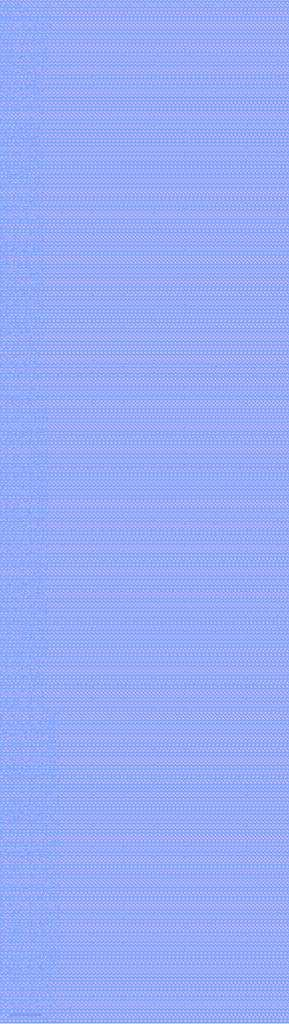
<source format=lef>
# Generated by FakeRAM 2.0
VERSION 5.7 ;
BUSBITCHARS "[]" ;
PROPERTYDEFINITIONS
  MACRO width INTEGER ;
  MACRO depth INTEGER ;
  MACRO banks INTEGER ;
END PROPERTYDEFINITIONS
MACRO fakeram7_dp_8192x64
  PROPERTY width 64 ;
  PROPERTY depth 8192 ;
  PROPERTY banks 8 ;
  FOREIGN fakeram7_dp_8192x64 0 0 ;
  SYMMETRY X Y ;
  SIZE 93.860 BY 331.800 ;
  CLASS BLOCK ;
  PIN w_mask_in_A[0]
    DIRECTION INPUT ;
    USE SIGNAL ;
    SHAPE ABUTMENT ;
    PORT
      LAYER M4 ;
      RECT 0.000 0.048 0.024 0.072 ;
    END
  END w_mask_in_A[0]
  PIN w_mask_in_B[0]
    DIRECTION INPUT ;
    USE SIGNAL ;
    SHAPE ABUTMENT ;
    PORT
      LAYER M4 ;
      RECT 93.836 0.048 93.860 0.072 ;
    END
  END w_mask_in_B[0]
  PIN w_mask_in_A[1]
    DIRECTION INPUT ;
    USE SIGNAL ;
    SHAPE ABUTMENT ;
    PORT
      LAYER M4 ;
      RECT 0.000 1.632 0.024 1.656 ;
    END
  END w_mask_in_A[1]
  PIN w_mask_in_B[1]
    DIRECTION INPUT ;
    USE SIGNAL ;
    SHAPE ABUTMENT ;
    PORT
      LAYER M4 ;
      RECT 93.836 1.632 93.860 1.656 ;
    END
  END w_mask_in_B[1]
  PIN w_mask_in_A[2]
    DIRECTION INPUT ;
    USE SIGNAL ;
    SHAPE ABUTMENT ;
    PORT
      LAYER M4 ;
      RECT 0.000 3.216 0.024 3.240 ;
    END
  END w_mask_in_A[2]
  PIN w_mask_in_B[2]
    DIRECTION INPUT ;
    USE SIGNAL ;
    SHAPE ABUTMENT ;
    PORT
      LAYER M4 ;
      RECT 93.836 3.216 93.860 3.240 ;
    END
  END w_mask_in_B[2]
  PIN w_mask_in_A[3]
    DIRECTION INPUT ;
    USE SIGNAL ;
    SHAPE ABUTMENT ;
    PORT
      LAYER M4 ;
      RECT 0.000 4.800 0.024 4.824 ;
    END
  END w_mask_in_A[3]
  PIN w_mask_in_B[3]
    DIRECTION INPUT ;
    USE SIGNAL ;
    SHAPE ABUTMENT ;
    PORT
      LAYER M4 ;
      RECT 93.836 4.800 93.860 4.824 ;
    END
  END w_mask_in_B[3]
  PIN w_mask_in_A[4]
    DIRECTION INPUT ;
    USE SIGNAL ;
    SHAPE ABUTMENT ;
    PORT
      LAYER M4 ;
      RECT 0.000 6.384 0.024 6.408 ;
    END
  END w_mask_in_A[4]
  PIN w_mask_in_B[4]
    DIRECTION INPUT ;
    USE SIGNAL ;
    SHAPE ABUTMENT ;
    PORT
      LAYER M4 ;
      RECT 93.836 6.384 93.860 6.408 ;
    END
  END w_mask_in_B[4]
  PIN w_mask_in_A[5]
    DIRECTION INPUT ;
    USE SIGNAL ;
    SHAPE ABUTMENT ;
    PORT
      LAYER M4 ;
      RECT 0.000 7.968 0.024 7.992 ;
    END
  END w_mask_in_A[5]
  PIN w_mask_in_B[5]
    DIRECTION INPUT ;
    USE SIGNAL ;
    SHAPE ABUTMENT ;
    PORT
      LAYER M4 ;
      RECT 93.836 7.968 93.860 7.992 ;
    END
  END w_mask_in_B[5]
  PIN w_mask_in_A[6]
    DIRECTION INPUT ;
    USE SIGNAL ;
    SHAPE ABUTMENT ;
    PORT
      LAYER M4 ;
      RECT 0.000 9.552 0.024 9.576 ;
    END
  END w_mask_in_A[6]
  PIN w_mask_in_B[6]
    DIRECTION INPUT ;
    USE SIGNAL ;
    SHAPE ABUTMENT ;
    PORT
      LAYER M4 ;
      RECT 93.836 9.552 93.860 9.576 ;
    END
  END w_mask_in_B[6]
  PIN w_mask_in_A[7]
    DIRECTION INPUT ;
    USE SIGNAL ;
    SHAPE ABUTMENT ;
    PORT
      LAYER M4 ;
      RECT 0.000 11.136 0.024 11.160 ;
    END
  END w_mask_in_A[7]
  PIN w_mask_in_B[7]
    DIRECTION INPUT ;
    USE SIGNAL ;
    SHAPE ABUTMENT ;
    PORT
      LAYER M4 ;
      RECT 93.836 11.136 93.860 11.160 ;
    END
  END w_mask_in_B[7]
  PIN w_mask_in_A[8]
    DIRECTION INPUT ;
    USE SIGNAL ;
    SHAPE ABUTMENT ;
    PORT
      LAYER M4 ;
      RECT 0.000 12.720 0.024 12.744 ;
    END
  END w_mask_in_A[8]
  PIN w_mask_in_B[8]
    DIRECTION INPUT ;
    USE SIGNAL ;
    SHAPE ABUTMENT ;
    PORT
      LAYER M4 ;
      RECT 93.836 12.720 93.860 12.744 ;
    END
  END w_mask_in_B[8]
  PIN w_mask_in_A[9]
    DIRECTION INPUT ;
    USE SIGNAL ;
    SHAPE ABUTMENT ;
    PORT
      LAYER M4 ;
      RECT 0.000 14.304 0.024 14.328 ;
    END
  END w_mask_in_A[9]
  PIN w_mask_in_B[9]
    DIRECTION INPUT ;
    USE SIGNAL ;
    SHAPE ABUTMENT ;
    PORT
      LAYER M4 ;
      RECT 93.836 14.304 93.860 14.328 ;
    END
  END w_mask_in_B[9]
  PIN w_mask_in_A[10]
    DIRECTION INPUT ;
    USE SIGNAL ;
    SHAPE ABUTMENT ;
    PORT
      LAYER M4 ;
      RECT 0.000 15.888 0.024 15.912 ;
    END
  END w_mask_in_A[10]
  PIN w_mask_in_B[10]
    DIRECTION INPUT ;
    USE SIGNAL ;
    SHAPE ABUTMENT ;
    PORT
      LAYER M4 ;
      RECT 93.836 15.888 93.860 15.912 ;
    END
  END w_mask_in_B[10]
  PIN w_mask_in_A[11]
    DIRECTION INPUT ;
    USE SIGNAL ;
    SHAPE ABUTMENT ;
    PORT
      LAYER M4 ;
      RECT 0.000 17.472 0.024 17.496 ;
    END
  END w_mask_in_A[11]
  PIN w_mask_in_B[11]
    DIRECTION INPUT ;
    USE SIGNAL ;
    SHAPE ABUTMENT ;
    PORT
      LAYER M4 ;
      RECT 93.836 17.472 93.860 17.496 ;
    END
  END w_mask_in_B[11]
  PIN w_mask_in_A[12]
    DIRECTION INPUT ;
    USE SIGNAL ;
    SHAPE ABUTMENT ;
    PORT
      LAYER M4 ;
      RECT 0.000 19.056 0.024 19.080 ;
    END
  END w_mask_in_A[12]
  PIN w_mask_in_B[12]
    DIRECTION INPUT ;
    USE SIGNAL ;
    SHAPE ABUTMENT ;
    PORT
      LAYER M4 ;
      RECT 93.836 19.056 93.860 19.080 ;
    END
  END w_mask_in_B[12]
  PIN w_mask_in_A[13]
    DIRECTION INPUT ;
    USE SIGNAL ;
    SHAPE ABUTMENT ;
    PORT
      LAYER M4 ;
      RECT 0.000 20.640 0.024 20.664 ;
    END
  END w_mask_in_A[13]
  PIN w_mask_in_B[13]
    DIRECTION INPUT ;
    USE SIGNAL ;
    SHAPE ABUTMENT ;
    PORT
      LAYER M4 ;
      RECT 93.836 20.640 93.860 20.664 ;
    END
  END w_mask_in_B[13]
  PIN w_mask_in_A[14]
    DIRECTION INPUT ;
    USE SIGNAL ;
    SHAPE ABUTMENT ;
    PORT
      LAYER M4 ;
      RECT 0.000 22.224 0.024 22.248 ;
    END
  END w_mask_in_A[14]
  PIN w_mask_in_B[14]
    DIRECTION INPUT ;
    USE SIGNAL ;
    SHAPE ABUTMENT ;
    PORT
      LAYER M4 ;
      RECT 93.836 22.224 93.860 22.248 ;
    END
  END w_mask_in_B[14]
  PIN w_mask_in_A[15]
    DIRECTION INPUT ;
    USE SIGNAL ;
    SHAPE ABUTMENT ;
    PORT
      LAYER M4 ;
      RECT 0.000 23.808 0.024 23.832 ;
    END
  END w_mask_in_A[15]
  PIN w_mask_in_B[15]
    DIRECTION INPUT ;
    USE SIGNAL ;
    SHAPE ABUTMENT ;
    PORT
      LAYER M4 ;
      RECT 93.836 23.808 93.860 23.832 ;
    END
  END w_mask_in_B[15]
  PIN w_mask_in_A[16]
    DIRECTION INPUT ;
    USE SIGNAL ;
    SHAPE ABUTMENT ;
    PORT
      LAYER M4 ;
      RECT 0.000 25.392 0.024 25.416 ;
    END
  END w_mask_in_A[16]
  PIN w_mask_in_B[16]
    DIRECTION INPUT ;
    USE SIGNAL ;
    SHAPE ABUTMENT ;
    PORT
      LAYER M4 ;
      RECT 93.836 25.392 93.860 25.416 ;
    END
  END w_mask_in_B[16]
  PIN w_mask_in_A[17]
    DIRECTION INPUT ;
    USE SIGNAL ;
    SHAPE ABUTMENT ;
    PORT
      LAYER M4 ;
      RECT 0.000 26.976 0.024 27.000 ;
    END
  END w_mask_in_A[17]
  PIN w_mask_in_B[17]
    DIRECTION INPUT ;
    USE SIGNAL ;
    SHAPE ABUTMENT ;
    PORT
      LAYER M4 ;
      RECT 93.836 26.976 93.860 27.000 ;
    END
  END w_mask_in_B[17]
  PIN w_mask_in_A[18]
    DIRECTION INPUT ;
    USE SIGNAL ;
    SHAPE ABUTMENT ;
    PORT
      LAYER M4 ;
      RECT 0.000 28.560 0.024 28.584 ;
    END
  END w_mask_in_A[18]
  PIN w_mask_in_B[18]
    DIRECTION INPUT ;
    USE SIGNAL ;
    SHAPE ABUTMENT ;
    PORT
      LAYER M4 ;
      RECT 93.836 28.560 93.860 28.584 ;
    END
  END w_mask_in_B[18]
  PIN w_mask_in_A[19]
    DIRECTION INPUT ;
    USE SIGNAL ;
    SHAPE ABUTMENT ;
    PORT
      LAYER M4 ;
      RECT 0.000 30.144 0.024 30.168 ;
    END
  END w_mask_in_A[19]
  PIN w_mask_in_B[19]
    DIRECTION INPUT ;
    USE SIGNAL ;
    SHAPE ABUTMENT ;
    PORT
      LAYER M4 ;
      RECT 93.836 30.144 93.860 30.168 ;
    END
  END w_mask_in_B[19]
  PIN w_mask_in_A[20]
    DIRECTION INPUT ;
    USE SIGNAL ;
    SHAPE ABUTMENT ;
    PORT
      LAYER M4 ;
      RECT 0.000 31.728 0.024 31.752 ;
    END
  END w_mask_in_A[20]
  PIN w_mask_in_B[20]
    DIRECTION INPUT ;
    USE SIGNAL ;
    SHAPE ABUTMENT ;
    PORT
      LAYER M4 ;
      RECT 93.836 31.728 93.860 31.752 ;
    END
  END w_mask_in_B[20]
  PIN w_mask_in_A[21]
    DIRECTION INPUT ;
    USE SIGNAL ;
    SHAPE ABUTMENT ;
    PORT
      LAYER M4 ;
      RECT 0.000 33.312 0.024 33.336 ;
    END
  END w_mask_in_A[21]
  PIN w_mask_in_B[21]
    DIRECTION INPUT ;
    USE SIGNAL ;
    SHAPE ABUTMENT ;
    PORT
      LAYER M4 ;
      RECT 93.836 33.312 93.860 33.336 ;
    END
  END w_mask_in_B[21]
  PIN w_mask_in_A[22]
    DIRECTION INPUT ;
    USE SIGNAL ;
    SHAPE ABUTMENT ;
    PORT
      LAYER M4 ;
      RECT 0.000 34.896 0.024 34.920 ;
    END
  END w_mask_in_A[22]
  PIN w_mask_in_B[22]
    DIRECTION INPUT ;
    USE SIGNAL ;
    SHAPE ABUTMENT ;
    PORT
      LAYER M4 ;
      RECT 93.836 34.896 93.860 34.920 ;
    END
  END w_mask_in_B[22]
  PIN w_mask_in_A[23]
    DIRECTION INPUT ;
    USE SIGNAL ;
    SHAPE ABUTMENT ;
    PORT
      LAYER M4 ;
      RECT 0.000 36.480 0.024 36.504 ;
    END
  END w_mask_in_A[23]
  PIN w_mask_in_B[23]
    DIRECTION INPUT ;
    USE SIGNAL ;
    SHAPE ABUTMENT ;
    PORT
      LAYER M4 ;
      RECT 93.836 36.480 93.860 36.504 ;
    END
  END w_mask_in_B[23]
  PIN w_mask_in_A[24]
    DIRECTION INPUT ;
    USE SIGNAL ;
    SHAPE ABUTMENT ;
    PORT
      LAYER M4 ;
      RECT 0.000 38.064 0.024 38.088 ;
    END
  END w_mask_in_A[24]
  PIN w_mask_in_B[24]
    DIRECTION INPUT ;
    USE SIGNAL ;
    SHAPE ABUTMENT ;
    PORT
      LAYER M4 ;
      RECT 93.836 38.064 93.860 38.088 ;
    END
  END w_mask_in_B[24]
  PIN w_mask_in_A[25]
    DIRECTION INPUT ;
    USE SIGNAL ;
    SHAPE ABUTMENT ;
    PORT
      LAYER M4 ;
      RECT 0.000 39.648 0.024 39.672 ;
    END
  END w_mask_in_A[25]
  PIN w_mask_in_B[25]
    DIRECTION INPUT ;
    USE SIGNAL ;
    SHAPE ABUTMENT ;
    PORT
      LAYER M4 ;
      RECT 93.836 39.648 93.860 39.672 ;
    END
  END w_mask_in_B[25]
  PIN w_mask_in_A[26]
    DIRECTION INPUT ;
    USE SIGNAL ;
    SHAPE ABUTMENT ;
    PORT
      LAYER M4 ;
      RECT 0.000 41.232 0.024 41.256 ;
    END
  END w_mask_in_A[26]
  PIN w_mask_in_B[26]
    DIRECTION INPUT ;
    USE SIGNAL ;
    SHAPE ABUTMENT ;
    PORT
      LAYER M4 ;
      RECT 93.836 41.232 93.860 41.256 ;
    END
  END w_mask_in_B[26]
  PIN w_mask_in_A[27]
    DIRECTION INPUT ;
    USE SIGNAL ;
    SHAPE ABUTMENT ;
    PORT
      LAYER M4 ;
      RECT 0.000 42.816 0.024 42.840 ;
    END
  END w_mask_in_A[27]
  PIN w_mask_in_B[27]
    DIRECTION INPUT ;
    USE SIGNAL ;
    SHAPE ABUTMENT ;
    PORT
      LAYER M4 ;
      RECT 93.836 42.816 93.860 42.840 ;
    END
  END w_mask_in_B[27]
  PIN w_mask_in_A[28]
    DIRECTION INPUT ;
    USE SIGNAL ;
    SHAPE ABUTMENT ;
    PORT
      LAYER M4 ;
      RECT 0.000 44.400 0.024 44.424 ;
    END
  END w_mask_in_A[28]
  PIN w_mask_in_B[28]
    DIRECTION INPUT ;
    USE SIGNAL ;
    SHAPE ABUTMENT ;
    PORT
      LAYER M4 ;
      RECT 93.836 44.400 93.860 44.424 ;
    END
  END w_mask_in_B[28]
  PIN w_mask_in_A[29]
    DIRECTION INPUT ;
    USE SIGNAL ;
    SHAPE ABUTMENT ;
    PORT
      LAYER M4 ;
      RECT 0.000 45.984 0.024 46.008 ;
    END
  END w_mask_in_A[29]
  PIN w_mask_in_B[29]
    DIRECTION INPUT ;
    USE SIGNAL ;
    SHAPE ABUTMENT ;
    PORT
      LAYER M4 ;
      RECT 93.836 45.984 93.860 46.008 ;
    END
  END w_mask_in_B[29]
  PIN w_mask_in_A[30]
    DIRECTION INPUT ;
    USE SIGNAL ;
    SHAPE ABUTMENT ;
    PORT
      LAYER M4 ;
      RECT 0.000 47.568 0.024 47.592 ;
    END
  END w_mask_in_A[30]
  PIN w_mask_in_B[30]
    DIRECTION INPUT ;
    USE SIGNAL ;
    SHAPE ABUTMENT ;
    PORT
      LAYER M4 ;
      RECT 93.836 47.568 93.860 47.592 ;
    END
  END w_mask_in_B[30]
  PIN w_mask_in_A[31]
    DIRECTION INPUT ;
    USE SIGNAL ;
    SHAPE ABUTMENT ;
    PORT
      LAYER M4 ;
      RECT 0.000 49.152 0.024 49.176 ;
    END
  END w_mask_in_A[31]
  PIN w_mask_in_B[31]
    DIRECTION INPUT ;
    USE SIGNAL ;
    SHAPE ABUTMENT ;
    PORT
      LAYER M4 ;
      RECT 93.836 49.152 93.860 49.176 ;
    END
  END w_mask_in_B[31]
  PIN w_mask_in_A[32]
    DIRECTION INPUT ;
    USE SIGNAL ;
    SHAPE ABUTMENT ;
    PORT
      LAYER M4 ;
      RECT 0.000 50.736 0.024 50.760 ;
    END
  END w_mask_in_A[32]
  PIN w_mask_in_B[32]
    DIRECTION INPUT ;
    USE SIGNAL ;
    SHAPE ABUTMENT ;
    PORT
      LAYER M4 ;
      RECT 93.836 50.736 93.860 50.760 ;
    END
  END w_mask_in_B[32]
  PIN w_mask_in_A[33]
    DIRECTION INPUT ;
    USE SIGNAL ;
    SHAPE ABUTMENT ;
    PORT
      LAYER M4 ;
      RECT 0.000 52.320 0.024 52.344 ;
    END
  END w_mask_in_A[33]
  PIN w_mask_in_B[33]
    DIRECTION INPUT ;
    USE SIGNAL ;
    SHAPE ABUTMENT ;
    PORT
      LAYER M4 ;
      RECT 93.836 52.320 93.860 52.344 ;
    END
  END w_mask_in_B[33]
  PIN w_mask_in_A[34]
    DIRECTION INPUT ;
    USE SIGNAL ;
    SHAPE ABUTMENT ;
    PORT
      LAYER M4 ;
      RECT 0.000 53.904 0.024 53.928 ;
    END
  END w_mask_in_A[34]
  PIN w_mask_in_B[34]
    DIRECTION INPUT ;
    USE SIGNAL ;
    SHAPE ABUTMENT ;
    PORT
      LAYER M4 ;
      RECT 93.836 53.904 93.860 53.928 ;
    END
  END w_mask_in_B[34]
  PIN w_mask_in_A[35]
    DIRECTION INPUT ;
    USE SIGNAL ;
    SHAPE ABUTMENT ;
    PORT
      LAYER M4 ;
      RECT 0.000 55.488 0.024 55.512 ;
    END
  END w_mask_in_A[35]
  PIN w_mask_in_B[35]
    DIRECTION INPUT ;
    USE SIGNAL ;
    SHAPE ABUTMENT ;
    PORT
      LAYER M4 ;
      RECT 93.836 55.488 93.860 55.512 ;
    END
  END w_mask_in_B[35]
  PIN w_mask_in_A[36]
    DIRECTION INPUT ;
    USE SIGNAL ;
    SHAPE ABUTMENT ;
    PORT
      LAYER M4 ;
      RECT 0.000 57.072 0.024 57.096 ;
    END
  END w_mask_in_A[36]
  PIN w_mask_in_B[36]
    DIRECTION INPUT ;
    USE SIGNAL ;
    SHAPE ABUTMENT ;
    PORT
      LAYER M4 ;
      RECT 93.836 57.072 93.860 57.096 ;
    END
  END w_mask_in_B[36]
  PIN w_mask_in_A[37]
    DIRECTION INPUT ;
    USE SIGNAL ;
    SHAPE ABUTMENT ;
    PORT
      LAYER M4 ;
      RECT 0.000 58.656 0.024 58.680 ;
    END
  END w_mask_in_A[37]
  PIN w_mask_in_B[37]
    DIRECTION INPUT ;
    USE SIGNAL ;
    SHAPE ABUTMENT ;
    PORT
      LAYER M4 ;
      RECT 93.836 58.656 93.860 58.680 ;
    END
  END w_mask_in_B[37]
  PIN w_mask_in_A[38]
    DIRECTION INPUT ;
    USE SIGNAL ;
    SHAPE ABUTMENT ;
    PORT
      LAYER M4 ;
      RECT 0.000 60.240 0.024 60.264 ;
    END
  END w_mask_in_A[38]
  PIN w_mask_in_B[38]
    DIRECTION INPUT ;
    USE SIGNAL ;
    SHAPE ABUTMENT ;
    PORT
      LAYER M4 ;
      RECT 93.836 60.240 93.860 60.264 ;
    END
  END w_mask_in_B[38]
  PIN w_mask_in_A[39]
    DIRECTION INPUT ;
    USE SIGNAL ;
    SHAPE ABUTMENT ;
    PORT
      LAYER M4 ;
      RECT 0.000 61.824 0.024 61.848 ;
    END
  END w_mask_in_A[39]
  PIN w_mask_in_B[39]
    DIRECTION INPUT ;
    USE SIGNAL ;
    SHAPE ABUTMENT ;
    PORT
      LAYER M4 ;
      RECT 93.836 61.824 93.860 61.848 ;
    END
  END w_mask_in_B[39]
  PIN w_mask_in_A[40]
    DIRECTION INPUT ;
    USE SIGNAL ;
    SHAPE ABUTMENT ;
    PORT
      LAYER M4 ;
      RECT 0.000 63.408 0.024 63.432 ;
    END
  END w_mask_in_A[40]
  PIN w_mask_in_B[40]
    DIRECTION INPUT ;
    USE SIGNAL ;
    SHAPE ABUTMENT ;
    PORT
      LAYER M4 ;
      RECT 93.836 63.408 93.860 63.432 ;
    END
  END w_mask_in_B[40]
  PIN w_mask_in_A[41]
    DIRECTION INPUT ;
    USE SIGNAL ;
    SHAPE ABUTMENT ;
    PORT
      LAYER M4 ;
      RECT 0.000 64.992 0.024 65.016 ;
    END
  END w_mask_in_A[41]
  PIN w_mask_in_B[41]
    DIRECTION INPUT ;
    USE SIGNAL ;
    SHAPE ABUTMENT ;
    PORT
      LAYER M4 ;
      RECT 93.836 64.992 93.860 65.016 ;
    END
  END w_mask_in_B[41]
  PIN w_mask_in_A[42]
    DIRECTION INPUT ;
    USE SIGNAL ;
    SHAPE ABUTMENT ;
    PORT
      LAYER M4 ;
      RECT 0.000 66.576 0.024 66.600 ;
    END
  END w_mask_in_A[42]
  PIN w_mask_in_B[42]
    DIRECTION INPUT ;
    USE SIGNAL ;
    SHAPE ABUTMENT ;
    PORT
      LAYER M4 ;
      RECT 93.836 66.576 93.860 66.600 ;
    END
  END w_mask_in_B[42]
  PIN w_mask_in_A[43]
    DIRECTION INPUT ;
    USE SIGNAL ;
    SHAPE ABUTMENT ;
    PORT
      LAYER M4 ;
      RECT 0.000 68.160 0.024 68.184 ;
    END
  END w_mask_in_A[43]
  PIN w_mask_in_B[43]
    DIRECTION INPUT ;
    USE SIGNAL ;
    SHAPE ABUTMENT ;
    PORT
      LAYER M4 ;
      RECT 93.836 68.160 93.860 68.184 ;
    END
  END w_mask_in_B[43]
  PIN w_mask_in_A[44]
    DIRECTION INPUT ;
    USE SIGNAL ;
    SHAPE ABUTMENT ;
    PORT
      LAYER M4 ;
      RECT 0.000 69.744 0.024 69.768 ;
    END
  END w_mask_in_A[44]
  PIN w_mask_in_B[44]
    DIRECTION INPUT ;
    USE SIGNAL ;
    SHAPE ABUTMENT ;
    PORT
      LAYER M4 ;
      RECT 93.836 69.744 93.860 69.768 ;
    END
  END w_mask_in_B[44]
  PIN w_mask_in_A[45]
    DIRECTION INPUT ;
    USE SIGNAL ;
    SHAPE ABUTMENT ;
    PORT
      LAYER M4 ;
      RECT 0.000 71.328 0.024 71.352 ;
    END
  END w_mask_in_A[45]
  PIN w_mask_in_B[45]
    DIRECTION INPUT ;
    USE SIGNAL ;
    SHAPE ABUTMENT ;
    PORT
      LAYER M4 ;
      RECT 93.836 71.328 93.860 71.352 ;
    END
  END w_mask_in_B[45]
  PIN w_mask_in_A[46]
    DIRECTION INPUT ;
    USE SIGNAL ;
    SHAPE ABUTMENT ;
    PORT
      LAYER M4 ;
      RECT 0.000 72.912 0.024 72.936 ;
    END
  END w_mask_in_A[46]
  PIN w_mask_in_B[46]
    DIRECTION INPUT ;
    USE SIGNAL ;
    SHAPE ABUTMENT ;
    PORT
      LAYER M4 ;
      RECT 93.836 72.912 93.860 72.936 ;
    END
  END w_mask_in_B[46]
  PIN w_mask_in_A[47]
    DIRECTION INPUT ;
    USE SIGNAL ;
    SHAPE ABUTMENT ;
    PORT
      LAYER M4 ;
      RECT 0.000 74.496 0.024 74.520 ;
    END
  END w_mask_in_A[47]
  PIN w_mask_in_B[47]
    DIRECTION INPUT ;
    USE SIGNAL ;
    SHAPE ABUTMENT ;
    PORT
      LAYER M4 ;
      RECT 93.836 74.496 93.860 74.520 ;
    END
  END w_mask_in_B[47]
  PIN w_mask_in_A[48]
    DIRECTION INPUT ;
    USE SIGNAL ;
    SHAPE ABUTMENT ;
    PORT
      LAYER M4 ;
      RECT 0.000 76.080 0.024 76.104 ;
    END
  END w_mask_in_A[48]
  PIN w_mask_in_B[48]
    DIRECTION INPUT ;
    USE SIGNAL ;
    SHAPE ABUTMENT ;
    PORT
      LAYER M4 ;
      RECT 93.836 76.080 93.860 76.104 ;
    END
  END w_mask_in_B[48]
  PIN w_mask_in_A[49]
    DIRECTION INPUT ;
    USE SIGNAL ;
    SHAPE ABUTMENT ;
    PORT
      LAYER M4 ;
      RECT 0.000 77.664 0.024 77.688 ;
    END
  END w_mask_in_A[49]
  PIN w_mask_in_B[49]
    DIRECTION INPUT ;
    USE SIGNAL ;
    SHAPE ABUTMENT ;
    PORT
      LAYER M4 ;
      RECT 93.836 77.664 93.860 77.688 ;
    END
  END w_mask_in_B[49]
  PIN w_mask_in_A[50]
    DIRECTION INPUT ;
    USE SIGNAL ;
    SHAPE ABUTMENT ;
    PORT
      LAYER M4 ;
      RECT 0.000 79.248 0.024 79.272 ;
    END
  END w_mask_in_A[50]
  PIN w_mask_in_B[50]
    DIRECTION INPUT ;
    USE SIGNAL ;
    SHAPE ABUTMENT ;
    PORT
      LAYER M4 ;
      RECT 93.836 79.248 93.860 79.272 ;
    END
  END w_mask_in_B[50]
  PIN w_mask_in_A[51]
    DIRECTION INPUT ;
    USE SIGNAL ;
    SHAPE ABUTMENT ;
    PORT
      LAYER M4 ;
      RECT 0.000 80.832 0.024 80.856 ;
    END
  END w_mask_in_A[51]
  PIN w_mask_in_B[51]
    DIRECTION INPUT ;
    USE SIGNAL ;
    SHAPE ABUTMENT ;
    PORT
      LAYER M4 ;
      RECT 93.836 80.832 93.860 80.856 ;
    END
  END w_mask_in_B[51]
  PIN w_mask_in_A[52]
    DIRECTION INPUT ;
    USE SIGNAL ;
    SHAPE ABUTMENT ;
    PORT
      LAYER M4 ;
      RECT 0.000 82.416 0.024 82.440 ;
    END
  END w_mask_in_A[52]
  PIN w_mask_in_B[52]
    DIRECTION INPUT ;
    USE SIGNAL ;
    SHAPE ABUTMENT ;
    PORT
      LAYER M4 ;
      RECT 93.836 82.416 93.860 82.440 ;
    END
  END w_mask_in_B[52]
  PIN w_mask_in_A[53]
    DIRECTION INPUT ;
    USE SIGNAL ;
    SHAPE ABUTMENT ;
    PORT
      LAYER M4 ;
      RECT 0.000 84.000 0.024 84.024 ;
    END
  END w_mask_in_A[53]
  PIN w_mask_in_B[53]
    DIRECTION INPUT ;
    USE SIGNAL ;
    SHAPE ABUTMENT ;
    PORT
      LAYER M4 ;
      RECT 93.836 84.000 93.860 84.024 ;
    END
  END w_mask_in_B[53]
  PIN w_mask_in_A[54]
    DIRECTION INPUT ;
    USE SIGNAL ;
    SHAPE ABUTMENT ;
    PORT
      LAYER M4 ;
      RECT 0.000 85.584 0.024 85.608 ;
    END
  END w_mask_in_A[54]
  PIN w_mask_in_B[54]
    DIRECTION INPUT ;
    USE SIGNAL ;
    SHAPE ABUTMENT ;
    PORT
      LAYER M4 ;
      RECT 93.836 85.584 93.860 85.608 ;
    END
  END w_mask_in_B[54]
  PIN w_mask_in_A[55]
    DIRECTION INPUT ;
    USE SIGNAL ;
    SHAPE ABUTMENT ;
    PORT
      LAYER M4 ;
      RECT 0.000 87.168 0.024 87.192 ;
    END
  END w_mask_in_A[55]
  PIN w_mask_in_B[55]
    DIRECTION INPUT ;
    USE SIGNAL ;
    SHAPE ABUTMENT ;
    PORT
      LAYER M4 ;
      RECT 93.836 87.168 93.860 87.192 ;
    END
  END w_mask_in_B[55]
  PIN w_mask_in_A[56]
    DIRECTION INPUT ;
    USE SIGNAL ;
    SHAPE ABUTMENT ;
    PORT
      LAYER M4 ;
      RECT 0.000 88.752 0.024 88.776 ;
    END
  END w_mask_in_A[56]
  PIN w_mask_in_B[56]
    DIRECTION INPUT ;
    USE SIGNAL ;
    SHAPE ABUTMENT ;
    PORT
      LAYER M4 ;
      RECT 93.836 88.752 93.860 88.776 ;
    END
  END w_mask_in_B[56]
  PIN w_mask_in_A[57]
    DIRECTION INPUT ;
    USE SIGNAL ;
    SHAPE ABUTMENT ;
    PORT
      LAYER M4 ;
      RECT 0.000 90.336 0.024 90.360 ;
    END
  END w_mask_in_A[57]
  PIN w_mask_in_B[57]
    DIRECTION INPUT ;
    USE SIGNAL ;
    SHAPE ABUTMENT ;
    PORT
      LAYER M4 ;
      RECT 93.836 90.336 93.860 90.360 ;
    END
  END w_mask_in_B[57]
  PIN w_mask_in_A[58]
    DIRECTION INPUT ;
    USE SIGNAL ;
    SHAPE ABUTMENT ;
    PORT
      LAYER M4 ;
      RECT 0.000 91.920 0.024 91.944 ;
    END
  END w_mask_in_A[58]
  PIN w_mask_in_B[58]
    DIRECTION INPUT ;
    USE SIGNAL ;
    SHAPE ABUTMENT ;
    PORT
      LAYER M4 ;
      RECT 93.836 91.920 93.860 91.944 ;
    END
  END w_mask_in_B[58]
  PIN w_mask_in_A[59]
    DIRECTION INPUT ;
    USE SIGNAL ;
    SHAPE ABUTMENT ;
    PORT
      LAYER M4 ;
      RECT 0.000 93.504 0.024 93.528 ;
    END
  END w_mask_in_A[59]
  PIN w_mask_in_B[59]
    DIRECTION INPUT ;
    USE SIGNAL ;
    SHAPE ABUTMENT ;
    PORT
      LAYER M4 ;
      RECT 93.836 93.504 93.860 93.528 ;
    END
  END w_mask_in_B[59]
  PIN w_mask_in_A[60]
    DIRECTION INPUT ;
    USE SIGNAL ;
    SHAPE ABUTMENT ;
    PORT
      LAYER M4 ;
      RECT 0.000 95.088 0.024 95.112 ;
    END
  END w_mask_in_A[60]
  PIN w_mask_in_B[60]
    DIRECTION INPUT ;
    USE SIGNAL ;
    SHAPE ABUTMENT ;
    PORT
      LAYER M4 ;
      RECT 93.836 95.088 93.860 95.112 ;
    END
  END w_mask_in_B[60]
  PIN w_mask_in_A[61]
    DIRECTION INPUT ;
    USE SIGNAL ;
    SHAPE ABUTMENT ;
    PORT
      LAYER M4 ;
      RECT 0.000 96.672 0.024 96.696 ;
    END
  END w_mask_in_A[61]
  PIN w_mask_in_B[61]
    DIRECTION INPUT ;
    USE SIGNAL ;
    SHAPE ABUTMENT ;
    PORT
      LAYER M4 ;
      RECT 93.836 96.672 93.860 96.696 ;
    END
  END w_mask_in_B[61]
  PIN w_mask_in_A[62]
    DIRECTION INPUT ;
    USE SIGNAL ;
    SHAPE ABUTMENT ;
    PORT
      LAYER M4 ;
      RECT 0.000 98.256 0.024 98.280 ;
    END
  END w_mask_in_A[62]
  PIN w_mask_in_B[62]
    DIRECTION INPUT ;
    USE SIGNAL ;
    SHAPE ABUTMENT ;
    PORT
      LAYER M4 ;
      RECT 93.836 98.256 93.860 98.280 ;
    END
  END w_mask_in_B[62]
  PIN w_mask_in_A[63]
    DIRECTION INPUT ;
    USE SIGNAL ;
    SHAPE ABUTMENT ;
    PORT
      LAYER M4 ;
      RECT 0.000 99.840 0.024 99.864 ;
    END
  END w_mask_in_A[63]
  PIN w_mask_in_B[63]
    DIRECTION INPUT ;
    USE SIGNAL ;
    SHAPE ABUTMENT ;
    PORT
      LAYER M4 ;
      RECT 93.836 99.840 93.860 99.864 ;
    END
  END w_mask_in_B[63]
  PIN rd_out_A[0]
    DIRECTION OUTPUT ;
    USE SIGNAL ;
    SHAPE ABUTMENT ;
    PORT
      LAYER M4 ;
      RECT 0.000 101.952 0.024 101.976 ;
    END
  END rd_out_A[0]
  PIN rd_out_B[0]
    DIRECTION OUTPUT ;
    USE SIGNAL ;
    SHAPE ABUTMENT ;
    PORT
      LAYER M4 ;
      RECT 93.836 101.952 93.860 101.976 ;
    END
  END rd_out_B[0]
  PIN rd_out_A[1]
    DIRECTION OUTPUT ;
    USE SIGNAL ;
    SHAPE ABUTMENT ;
    PORT
      LAYER M4 ;
      RECT 0.000 103.536 0.024 103.560 ;
    END
  END rd_out_A[1]
  PIN rd_out_B[1]
    DIRECTION OUTPUT ;
    USE SIGNAL ;
    SHAPE ABUTMENT ;
    PORT
      LAYER M4 ;
      RECT 93.836 103.536 93.860 103.560 ;
    END
  END rd_out_B[1]
  PIN rd_out_A[2]
    DIRECTION OUTPUT ;
    USE SIGNAL ;
    SHAPE ABUTMENT ;
    PORT
      LAYER M4 ;
      RECT 0.000 105.120 0.024 105.144 ;
    END
  END rd_out_A[2]
  PIN rd_out_B[2]
    DIRECTION OUTPUT ;
    USE SIGNAL ;
    SHAPE ABUTMENT ;
    PORT
      LAYER M4 ;
      RECT 93.836 105.120 93.860 105.144 ;
    END
  END rd_out_B[2]
  PIN rd_out_A[3]
    DIRECTION OUTPUT ;
    USE SIGNAL ;
    SHAPE ABUTMENT ;
    PORT
      LAYER M4 ;
      RECT 0.000 106.704 0.024 106.728 ;
    END
  END rd_out_A[3]
  PIN rd_out_B[3]
    DIRECTION OUTPUT ;
    USE SIGNAL ;
    SHAPE ABUTMENT ;
    PORT
      LAYER M4 ;
      RECT 93.836 106.704 93.860 106.728 ;
    END
  END rd_out_B[3]
  PIN rd_out_A[4]
    DIRECTION OUTPUT ;
    USE SIGNAL ;
    SHAPE ABUTMENT ;
    PORT
      LAYER M4 ;
      RECT 0.000 108.288 0.024 108.312 ;
    END
  END rd_out_A[4]
  PIN rd_out_B[4]
    DIRECTION OUTPUT ;
    USE SIGNAL ;
    SHAPE ABUTMENT ;
    PORT
      LAYER M4 ;
      RECT 93.836 108.288 93.860 108.312 ;
    END
  END rd_out_B[4]
  PIN rd_out_A[5]
    DIRECTION OUTPUT ;
    USE SIGNAL ;
    SHAPE ABUTMENT ;
    PORT
      LAYER M4 ;
      RECT 0.000 109.872 0.024 109.896 ;
    END
  END rd_out_A[5]
  PIN rd_out_B[5]
    DIRECTION OUTPUT ;
    USE SIGNAL ;
    SHAPE ABUTMENT ;
    PORT
      LAYER M4 ;
      RECT 93.836 109.872 93.860 109.896 ;
    END
  END rd_out_B[5]
  PIN rd_out_A[6]
    DIRECTION OUTPUT ;
    USE SIGNAL ;
    SHAPE ABUTMENT ;
    PORT
      LAYER M4 ;
      RECT 0.000 111.456 0.024 111.480 ;
    END
  END rd_out_A[6]
  PIN rd_out_B[6]
    DIRECTION OUTPUT ;
    USE SIGNAL ;
    SHAPE ABUTMENT ;
    PORT
      LAYER M4 ;
      RECT 93.836 111.456 93.860 111.480 ;
    END
  END rd_out_B[6]
  PIN rd_out_A[7]
    DIRECTION OUTPUT ;
    USE SIGNAL ;
    SHAPE ABUTMENT ;
    PORT
      LAYER M4 ;
      RECT 0.000 113.040 0.024 113.064 ;
    END
  END rd_out_A[7]
  PIN rd_out_B[7]
    DIRECTION OUTPUT ;
    USE SIGNAL ;
    SHAPE ABUTMENT ;
    PORT
      LAYER M4 ;
      RECT 93.836 113.040 93.860 113.064 ;
    END
  END rd_out_B[7]
  PIN rd_out_A[8]
    DIRECTION OUTPUT ;
    USE SIGNAL ;
    SHAPE ABUTMENT ;
    PORT
      LAYER M4 ;
      RECT 0.000 114.624 0.024 114.648 ;
    END
  END rd_out_A[8]
  PIN rd_out_B[8]
    DIRECTION OUTPUT ;
    USE SIGNAL ;
    SHAPE ABUTMENT ;
    PORT
      LAYER M4 ;
      RECT 93.836 114.624 93.860 114.648 ;
    END
  END rd_out_B[8]
  PIN rd_out_A[9]
    DIRECTION OUTPUT ;
    USE SIGNAL ;
    SHAPE ABUTMENT ;
    PORT
      LAYER M4 ;
      RECT 0.000 116.208 0.024 116.232 ;
    END
  END rd_out_A[9]
  PIN rd_out_B[9]
    DIRECTION OUTPUT ;
    USE SIGNAL ;
    SHAPE ABUTMENT ;
    PORT
      LAYER M4 ;
      RECT 93.836 116.208 93.860 116.232 ;
    END
  END rd_out_B[9]
  PIN rd_out_A[10]
    DIRECTION OUTPUT ;
    USE SIGNAL ;
    SHAPE ABUTMENT ;
    PORT
      LAYER M4 ;
      RECT 0.000 117.792 0.024 117.816 ;
    END
  END rd_out_A[10]
  PIN rd_out_B[10]
    DIRECTION OUTPUT ;
    USE SIGNAL ;
    SHAPE ABUTMENT ;
    PORT
      LAYER M4 ;
      RECT 93.836 117.792 93.860 117.816 ;
    END
  END rd_out_B[10]
  PIN rd_out_A[11]
    DIRECTION OUTPUT ;
    USE SIGNAL ;
    SHAPE ABUTMENT ;
    PORT
      LAYER M4 ;
      RECT 0.000 119.376 0.024 119.400 ;
    END
  END rd_out_A[11]
  PIN rd_out_B[11]
    DIRECTION OUTPUT ;
    USE SIGNAL ;
    SHAPE ABUTMENT ;
    PORT
      LAYER M4 ;
      RECT 93.836 119.376 93.860 119.400 ;
    END
  END rd_out_B[11]
  PIN rd_out_A[12]
    DIRECTION OUTPUT ;
    USE SIGNAL ;
    SHAPE ABUTMENT ;
    PORT
      LAYER M4 ;
      RECT 0.000 120.960 0.024 120.984 ;
    END
  END rd_out_A[12]
  PIN rd_out_B[12]
    DIRECTION OUTPUT ;
    USE SIGNAL ;
    SHAPE ABUTMENT ;
    PORT
      LAYER M4 ;
      RECT 93.836 120.960 93.860 120.984 ;
    END
  END rd_out_B[12]
  PIN rd_out_A[13]
    DIRECTION OUTPUT ;
    USE SIGNAL ;
    SHAPE ABUTMENT ;
    PORT
      LAYER M4 ;
      RECT 0.000 122.544 0.024 122.568 ;
    END
  END rd_out_A[13]
  PIN rd_out_B[13]
    DIRECTION OUTPUT ;
    USE SIGNAL ;
    SHAPE ABUTMENT ;
    PORT
      LAYER M4 ;
      RECT 93.836 122.544 93.860 122.568 ;
    END
  END rd_out_B[13]
  PIN rd_out_A[14]
    DIRECTION OUTPUT ;
    USE SIGNAL ;
    SHAPE ABUTMENT ;
    PORT
      LAYER M4 ;
      RECT 0.000 124.128 0.024 124.152 ;
    END
  END rd_out_A[14]
  PIN rd_out_B[14]
    DIRECTION OUTPUT ;
    USE SIGNAL ;
    SHAPE ABUTMENT ;
    PORT
      LAYER M4 ;
      RECT 93.836 124.128 93.860 124.152 ;
    END
  END rd_out_B[14]
  PIN rd_out_A[15]
    DIRECTION OUTPUT ;
    USE SIGNAL ;
    SHAPE ABUTMENT ;
    PORT
      LAYER M4 ;
      RECT 0.000 125.712 0.024 125.736 ;
    END
  END rd_out_A[15]
  PIN rd_out_B[15]
    DIRECTION OUTPUT ;
    USE SIGNAL ;
    SHAPE ABUTMENT ;
    PORT
      LAYER M4 ;
      RECT 93.836 125.712 93.860 125.736 ;
    END
  END rd_out_B[15]
  PIN rd_out_A[16]
    DIRECTION OUTPUT ;
    USE SIGNAL ;
    SHAPE ABUTMENT ;
    PORT
      LAYER M4 ;
      RECT 0.000 127.296 0.024 127.320 ;
    END
  END rd_out_A[16]
  PIN rd_out_B[16]
    DIRECTION OUTPUT ;
    USE SIGNAL ;
    SHAPE ABUTMENT ;
    PORT
      LAYER M4 ;
      RECT 93.836 127.296 93.860 127.320 ;
    END
  END rd_out_B[16]
  PIN rd_out_A[17]
    DIRECTION OUTPUT ;
    USE SIGNAL ;
    SHAPE ABUTMENT ;
    PORT
      LAYER M4 ;
      RECT 0.000 128.880 0.024 128.904 ;
    END
  END rd_out_A[17]
  PIN rd_out_B[17]
    DIRECTION OUTPUT ;
    USE SIGNAL ;
    SHAPE ABUTMENT ;
    PORT
      LAYER M4 ;
      RECT 93.836 128.880 93.860 128.904 ;
    END
  END rd_out_B[17]
  PIN rd_out_A[18]
    DIRECTION OUTPUT ;
    USE SIGNAL ;
    SHAPE ABUTMENT ;
    PORT
      LAYER M4 ;
      RECT 0.000 130.464 0.024 130.488 ;
    END
  END rd_out_A[18]
  PIN rd_out_B[18]
    DIRECTION OUTPUT ;
    USE SIGNAL ;
    SHAPE ABUTMENT ;
    PORT
      LAYER M4 ;
      RECT 93.836 130.464 93.860 130.488 ;
    END
  END rd_out_B[18]
  PIN rd_out_A[19]
    DIRECTION OUTPUT ;
    USE SIGNAL ;
    SHAPE ABUTMENT ;
    PORT
      LAYER M4 ;
      RECT 0.000 132.048 0.024 132.072 ;
    END
  END rd_out_A[19]
  PIN rd_out_B[19]
    DIRECTION OUTPUT ;
    USE SIGNAL ;
    SHAPE ABUTMENT ;
    PORT
      LAYER M4 ;
      RECT 93.836 132.048 93.860 132.072 ;
    END
  END rd_out_B[19]
  PIN rd_out_A[20]
    DIRECTION OUTPUT ;
    USE SIGNAL ;
    SHAPE ABUTMENT ;
    PORT
      LAYER M4 ;
      RECT 0.000 133.632 0.024 133.656 ;
    END
  END rd_out_A[20]
  PIN rd_out_B[20]
    DIRECTION OUTPUT ;
    USE SIGNAL ;
    SHAPE ABUTMENT ;
    PORT
      LAYER M4 ;
      RECT 93.836 133.632 93.860 133.656 ;
    END
  END rd_out_B[20]
  PIN rd_out_A[21]
    DIRECTION OUTPUT ;
    USE SIGNAL ;
    SHAPE ABUTMENT ;
    PORT
      LAYER M4 ;
      RECT 0.000 135.216 0.024 135.240 ;
    END
  END rd_out_A[21]
  PIN rd_out_B[21]
    DIRECTION OUTPUT ;
    USE SIGNAL ;
    SHAPE ABUTMENT ;
    PORT
      LAYER M4 ;
      RECT 93.836 135.216 93.860 135.240 ;
    END
  END rd_out_B[21]
  PIN rd_out_A[22]
    DIRECTION OUTPUT ;
    USE SIGNAL ;
    SHAPE ABUTMENT ;
    PORT
      LAYER M4 ;
      RECT 0.000 136.800 0.024 136.824 ;
    END
  END rd_out_A[22]
  PIN rd_out_B[22]
    DIRECTION OUTPUT ;
    USE SIGNAL ;
    SHAPE ABUTMENT ;
    PORT
      LAYER M4 ;
      RECT 93.836 136.800 93.860 136.824 ;
    END
  END rd_out_B[22]
  PIN rd_out_A[23]
    DIRECTION OUTPUT ;
    USE SIGNAL ;
    SHAPE ABUTMENT ;
    PORT
      LAYER M4 ;
      RECT 0.000 138.384 0.024 138.408 ;
    END
  END rd_out_A[23]
  PIN rd_out_B[23]
    DIRECTION OUTPUT ;
    USE SIGNAL ;
    SHAPE ABUTMENT ;
    PORT
      LAYER M4 ;
      RECT 93.836 138.384 93.860 138.408 ;
    END
  END rd_out_B[23]
  PIN rd_out_A[24]
    DIRECTION OUTPUT ;
    USE SIGNAL ;
    SHAPE ABUTMENT ;
    PORT
      LAYER M4 ;
      RECT 0.000 139.968 0.024 139.992 ;
    END
  END rd_out_A[24]
  PIN rd_out_B[24]
    DIRECTION OUTPUT ;
    USE SIGNAL ;
    SHAPE ABUTMENT ;
    PORT
      LAYER M4 ;
      RECT 93.836 139.968 93.860 139.992 ;
    END
  END rd_out_B[24]
  PIN rd_out_A[25]
    DIRECTION OUTPUT ;
    USE SIGNAL ;
    SHAPE ABUTMENT ;
    PORT
      LAYER M4 ;
      RECT 0.000 141.552 0.024 141.576 ;
    END
  END rd_out_A[25]
  PIN rd_out_B[25]
    DIRECTION OUTPUT ;
    USE SIGNAL ;
    SHAPE ABUTMENT ;
    PORT
      LAYER M4 ;
      RECT 93.836 141.552 93.860 141.576 ;
    END
  END rd_out_B[25]
  PIN rd_out_A[26]
    DIRECTION OUTPUT ;
    USE SIGNAL ;
    SHAPE ABUTMENT ;
    PORT
      LAYER M4 ;
      RECT 0.000 143.136 0.024 143.160 ;
    END
  END rd_out_A[26]
  PIN rd_out_B[26]
    DIRECTION OUTPUT ;
    USE SIGNAL ;
    SHAPE ABUTMENT ;
    PORT
      LAYER M4 ;
      RECT 93.836 143.136 93.860 143.160 ;
    END
  END rd_out_B[26]
  PIN rd_out_A[27]
    DIRECTION OUTPUT ;
    USE SIGNAL ;
    SHAPE ABUTMENT ;
    PORT
      LAYER M4 ;
      RECT 0.000 144.720 0.024 144.744 ;
    END
  END rd_out_A[27]
  PIN rd_out_B[27]
    DIRECTION OUTPUT ;
    USE SIGNAL ;
    SHAPE ABUTMENT ;
    PORT
      LAYER M4 ;
      RECT 93.836 144.720 93.860 144.744 ;
    END
  END rd_out_B[27]
  PIN rd_out_A[28]
    DIRECTION OUTPUT ;
    USE SIGNAL ;
    SHAPE ABUTMENT ;
    PORT
      LAYER M4 ;
      RECT 0.000 146.304 0.024 146.328 ;
    END
  END rd_out_A[28]
  PIN rd_out_B[28]
    DIRECTION OUTPUT ;
    USE SIGNAL ;
    SHAPE ABUTMENT ;
    PORT
      LAYER M4 ;
      RECT 93.836 146.304 93.860 146.328 ;
    END
  END rd_out_B[28]
  PIN rd_out_A[29]
    DIRECTION OUTPUT ;
    USE SIGNAL ;
    SHAPE ABUTMENT ;
    PORT
      LAYER M4 ;
      RECT 0.000 147.888 0.024 147.912 ;
    END
  END rd_out_A[29]
  PIN rd_out_B[29]
    DIRECTION OUTPUT ;
    USE SIGNAL ;
    SHAPE ABUTMENT ;
    PORT
      LAYER M4 ;
      RECT 93.836 147.888 93.860 147.912 ;
    END
  END rd_out_B[29]
  PIN rd_out_A[30]
    DIRECTION OUTPUT ;
    USE SIGNAL ;
    SHAPE ABUTMENT ;
    PORT
      LAYER M4 ;
      RECT 0.000 149.472 0.024 149.496 ;
    END
  END rd_out_A[30]
  PIN rd_out_B[30]
    DIRECTION OUTPUT ;
    USE SIGNAL ;
    SHAPE ABUTMENT ;
    PORT
      LAYER M4 ;
      RECT 93.836 149.472 93.860 149.496 ;
    END
  END rd_out_B[30]
  PIN rd_out_A[31]
    DIRECTION OUTPUT ;
    USE SIGNAL ;
    SHAPE ABUTMENT ;
    PORT
      LAYER M4 ;
      RECT 0.000 151.056 0.024 151.080 ;
    END
  END rd_out_A[31]
  PIN rd_out_B[31]
    DIRECTION OUTPUT ;
    USE SIGNAL ;
    SHAPE ABUTMENT ;
    PORT
      LAYER M4 ;
      RECT 93.836 151.056 93.860 151.080 ;
    END
  END rd_out_B[31]
  PIN rd_out_A[32]
    DIRECTION OUTPUT ;
    USE SIGNAL ;
    SHAPE ABUTMENT ;
    PORT
      LAYER M4 ;
      RECT 0.000 152.640 0.024 152.664 ;
    END
  END rd_out_A[32]
  PIN rd_out_B[32]
    DIRECTION OUTPUT ;
    USE SIGNAL ;
    SHAPE ABUTMENT ;
    PORT
      LAYER M4 ;
      RECT 93.836 152.640 93.860 152.664 ;
    END
  END rd_out_B[32]
  PIN rd_out_A[33]
    DIRECTION OUTPUT ;
    USE SIGNAL ;
    SHAPE ABUTMENT ;
    PORT
      LAYER M4 ;
      RECT 0.000 154.224 0.024 154.248 ;
    END
  END rd_out_A[33]
  PIN rd_out_B[33]
    DIRECTION OUTPUT ;
    USE SIGNAL ;
    SHAPE ABUTMENT ;
    PORT
      LAYER M4 ;
      RECT 93.836 154.224 93.860 154.248 ;
    END
  END rd_out_B[33]
  PIN rd_out_A[34]
    DIRECTION OUTPUT ;
    USE SIGNAL ;
    SHAPE ABUTMENT ;
    PORT
      LAYER M4 ;
      RECT 0.000 155.808 0.024 155.832 ;
    END
  END rd_out_A[34]
  PIN rd_out_B[34]
    DIRECTION OUTPUT ;
    USE SIGNAL ;
    SHAPE ABUTMENT ;
    PORT
      LAYER M4 ;
      RECT 93.836 155.808 93.860 155.832 ;
    END
  END rd_out_B[34]
  PIN rd_out_A[35]
    DIRECTION OUTPUT ;
    USE SIGNAL ;
    SHAPE ABUTMENT ;
    PORT
      LAYER M4 ;
      RECT 0.000 157.392 0.024 157.416 ;
    END
  END rd_out_A[35]
  PIN rd_out_B[35]
    DIRECTION OUTPUT ;
    USE SIGNAL ;
    SHAPE ABUTMENT ;
    PORT
      LAYER M4 ;
      RECT 93.836 157.392 93.860 157.416 ;
    END
  END rd_out_B[35]
  PIN rd_out_A[36]
    DIRECTION OUTPUT ;
    USE SIGNAL ;
    SHAPE ABUTMENT ;
    PORT
      LAYER M4 ;
      RECT 0.000 158.976 0.024 159.000 ;
    END
  END rd_out_A[36]
  PIN rd_out_B[36]
    DIRECTION OUTPUT ;
    USE SIGNAL ;
    SHAPE ABUTMENT ;
    PORT
      LAYER M4 ;
      RECT 93.836 158.976 93.860 159.000 ;
    END
  END rd_out_B[36]
  PIN rd_out_A[37]
    DIRECTION OUTPUT ;
    USE SIGNAL ;
    SHAPE ABUTMENT ;
    PORT
      LAYER M4 ;
      RECT 0.000 160.560 0.024 160.584 ;
    END
  END rd_out_A[37]
  PIN rd_out_B[37]
    DIRECTION OUTPUT ;
    USE SIGNAL ;
    SHAPE ABUTMENT ;
    PORT
      LAYER M4 ;
      RECT 93.836 160.560 93.860 160.584 ;
    END
  END rd_out_B[37]
  PIN rd_out_A[38]
    DIRECTION OUTPUT ;
    USE SIGNAL ;
    SHAPE ABUTMENT ;
    PORT
      LAYER M4 ;
      RECT 0.000 162.144 0.024 162.168 ;
    END
  END rd_out_A[38]
  PIN rd_out_B[38]
    DIRECTION OUTPUT ;
    USE SIGNAL ;
    SHAPE ABUTMENT ;
    PORT
      LAYER M4 ;
      RECT 93.836 162.144 93.860 162.168 ;
    END
  END rd_out_B[38]
  PIN rd_out_A[39]
    DIRECTION OUTPUT ;
    USE SIGNAL ;
    SHAPE ABUTMENT ;
    PORT
      LAYER M4 ;
      RECT 0.000 163.728 0.024 163.752 ;
    END
  END rd_out_A[39]
  PIN rd_out_B[39]
    DIRECTION OUTPUT ;
    USE SIGNAL ;
    SHAPE ABUTMENT ;
    PORT
      LAYER M4 ;
      RECT 93.836 163.728 93.860 163.752 ;
    END
  END rd_out_B[39]
  PIN rd_out_A[40]
    DIRECTION OUTPUT ;
    USE SIGNAL ;
    SHAPE ABUTMENT ;
    PORT
      LAYER M4 ;
      RECT 0.000 165.312 0.024 165.336 ;
    END
  END rd_out_A[40]
  PIN rd_out_B[40]
    DIRECTION OUTPUT ;
    USE SIGNAL ;
    SHAPE ABUTMENT ;
    PORT
      LAYER M4 ;
      RECT 93.836 165.312 93.860 165.336 ;
    END
  END rd_out_B[40]
  PIN rd_out_A[41]
    DIRECTION OUTPUT ;
    USE SIGNAL ;
    SHAPE ABUTMENT ;
    PORT
      LAYER M4 ;
      RECT 0.000 166.896 0.024 166.920 ;
    END
  END rd_out_A[41]
  PIN rd_out_B[41]
    DIRECTION OUTPUT ;
    USE SIGNAL ;
    SHAPE ABUTMENT ;
    PORT
      LAYER M4 ;
      RECT 93.836 166.896 93.860 166.920 ;
    END
  END rd_out_B[41]
  PIN rd_out_A[42]
    DIRECTION OUTPUT ;
    USE SIGNAL ;
    SHAPE ABUTMENT ;
    PORT
      LAYER M4 ;
      RECT 0.000 168.480 0.024 168.504 ;
    END
  END rd_out_A[42]
  PIN rd_out_B[42]
    DIRECTION OUTPUT ;
    USE SIGNAL ;
    SHAPE ABUTMENT ;
    PORT
      LAYER M4 ;
      RECT 93.836 168.480 93.860 168.504 ;
    END
  END rd_out_B[42]
  PIN rd_out_A[43]
    DIRECTION OUTPUT ;
    USE SIGNAL ;
    SHAPE ABUTMENT ;
    PORT
      LAYER M4 ;
      RECT 0.000 170.064 0.024 170.088 ;
    END
  END rd_out_A[43]
  PIN rd_out_B[43]
    DIRECTION OUTPUT ;
    USE SIGNAL ;
    SHAPE ABUTMENT ;
    PORT
      LAYER M4 ;
      RECT 93.836 170.064 93.860 170.088 ;
    END
  END rd_out_B[43]
  PIN rd_out_A[44]
    DIRECTION OUTPUT ;
    USE SIGNAL ;
    SHAPE ABUTMENT ;
    PORT
      LAYER M4 ;
      RECT 0.000 171.648 0.024 171.672 ;
    END
  END rd_out_A[44]
  PIN rd_out_B[44]
    DIRECTION OUTPUT ;
    USE SIGNAL ;
    SHAPE ABUTMENT ;
    PORT
      LAYER M4 ;
      RECT 93.836 171.648 93.860 171.672 ;
    END
  END rd_out_B[44]
  PIN rd_out_A[45]
    DIRECTION OUTPUT ;
    USE SIGNAL ;
    SHAPE ABUTMENT ;
    PORT
      LAYER M4 ;
      RECT 0.000 173.232 0.024 173.256 ;
    END
  END rd_out_A[45]
  PIN rd_out_B[45]
    DIRECTION OUTPUT ;
    USE SIGNAL ;
    SHAPE ABUTMENT ;
    PORT
      LAYER M4 ;
      RECT 93.836 173.232 93.860 173.256 ;
    END
  END rd_out_B[45]
  PIN rd_out_A[46]
    DIRECTION OUTPUT ;
    USE SIGNAL ;
    SHAPE ABUTMENT ;
    PORT
      LAYER M4 ;
      RECT 0.000 174.816 0.024 174.840 ;
    END
  END rd_out_A[46]
  PIN rd_out_B[46]
    DIRECTION OUTPUT ;
    USE SIGNAL ;
    SHAPE ABUTMENT ;
    PORT
      LAYER M4 ;
      RECT 93.836 174.816 93.860 174.840 ;
    END
  END rd_out_B[46]
  PIN rd_out_A[47]
    DIRECTION OUTPUT ;
    USE SIGNAL ;
    SHAPE ABUTMENT ;
    PORT
      LAYER M4 ;
      RECT 0.000 176.400 0.024 176.424 ;
    END
  END rd_out_A[47]
  PIN rd_out_B[47]
    DIRECTION OUTPUT ;
    USE SIGNAL ;
    SHAPE ABUTMENT ;
    PORT
      LAYER M4 ;
      RECT 93.836 176.400 93.860 176.424 ;
    END
  END rd_out_B[47]
  PIN rd_out_A[48]
    DIRECTION OUTPUT ;
    USE SIGNAL ;
    SHAPE ABUTMENT ;
    PORT
      LAYER M4 ;
      RECT 0.000 177.984 0.024 178.008 ;
    END
  END rd_out_A[48]
  PIN rd_out_B[48]
    DIRECTION OUTPUT ;
    USE SIGNAL ;
    SHAPE ABUTMENT ;
    PORT
      LAYER M4 ;
      RECT 93.836 177.984 93.860 178.008 ;
    END
  END rd_out_B[48]
  PIN rd_out_A[49]
    DIRECTION OUTPUT ;
    USE SIGNAL ;
    SHAPE ABUTMENT ;
    PORT
      LAYER M4 ;
      RECT 0.000 179.568 0.024 179.592 ;
    END
  END rd_out_A[49]
  PIN rd_out_B[49]
    DIRECTION OUTPUT ;
    USE SIGNAL ;
    SHAPE ABUTMENT ;
    PORT
      LAYER M4 ;
      RECT 93.836 179.568 93.860 179.592 ;
    END
  END rd_out_B[49]
  PIN rd_out_A[50]
    DIRECTION OUTPUT ;
    USE SIGNAL ;
    SHAPE ABUTMENT ;
    PORT
      LAYER M4 ;
      RECT 0.000 181.152 0.024 181.176 ;
    END
  END rd_out_A[50]
  PIN rd_out_B[50]
    DIRECTION OUTPUT ;
    USE SIGNAL ;
    SHAPE ABUTMENT ;
    PORT
      LAYER M4 ;
      RECT 93.836 181.152 93.860 181.176 ;
    END
  END rd_out_B[50]
  PIN rd_out_A[51]
    DIRECTION OUTPUT ;
    USE SIGNAL ;
    SHAPE ABUTMENT ;
    PORT
      LAYER M4 ;
      RECT 0.000 182.736 0.024 182.760 ;
    END
  END rd_out_A[51]
  PIN rd_out_B[51]
    DIRECTION OUTPUT ;
    USE SIGNAL ;
    SHAPE ABUTMENT ;
    PORT
      LAYER M4 ;
      RECT 93.836 182.736 93.860 182.760 ;
    END
  END rd_out_B[51]
  PIN rd_out_A[52]
    DIRECTION OUTPUT ;
    USE SIGNAL ;
    SHAPE ABUTMENT ;
    PORT
      LAYER M4 ;
      RECT 0.000 184.320 0.024 184.344 ;
    END
  END rd_out_A[52]
  PIN rd_out_B[52]
    DIRECTION OUTPUT ;
    USE SIGNAL ;
    SHAPE ABUTMENT ;
    PORT
      LAYER M4 ;
      RECT 93.836 184.320 93.860 184.344 ;
    END
  END rd_out_B[52]
  PIN rd_out_A[53]
    DIRECTION OUTPUT ;
    USE SIGNAL ;
    SHAPE ABUTMENT ;
    PORT
      LAYER M4 ;
      RECT 0.000 185.904 0.024 185.928 ;
    END
  END rd_out_A[53]
  PIN rd_out_B[53]
    DIRECTION OUTPUT ;
    USE SIGNAL ;
    SHAPE ABUTMENT ;
    PORT
      LAYER M4 ;
      RECT 93.836 185.904 93.860 185.928 ;
    END
  END rd_out_B[53]
  PIN rd_out_A[54]
    DIRECTION OUTPUT ;
    USE SIGNAL ;
    SHAPE ABUTMENT ;
    PORT
      LAYER M4 ;
      RECT 0.000 187.488 0.024 187.512 ;
    END
  END rd_out_A[54]
  PIN rd_out_B[54]
    DIRECTION OUTPUT ;
    USE SIGNAL ;
    SHAPE ABUTMENT ;
    PORT
      LAYER M4 ;
      RECT 93.836 187.488 93.860 187.512 ;
    END
  END rd_out_B[54]
  PIN rd_out_A[55]
    DIRECTION OUTPUT ;
    USE SIGNAL ;
    SHAPE ABUTMENT ;
    PORT
      LAYER M4 ;
      RECT 0.000 189.072 0.024 189.096 ;
    END
  END rd_out_A[55]
  PIN rd_out_B[55]
    DIRECTION OUTPUT ;
    USE SIGNAL ;
    SHAPE ABUTMENT ;
    PORT
      LAYER M4 ;
      RECT 93.836 189.072 93.860 189.096 ;
    END
  END rd_out_B[55]
  PIN rd_out_A[56]
    DIRECTION OUTPUT ;
    USE SIGNAL ;
    SHAPE ABUTMENT ;
    PORT
      LAYER M4 ;
      RECT 0.000 190.656 0.024 190.680 ;
    END
  END rd_out_A[56]
  PIN rd_out_B[56]
    DIRECTION OUTPUT ;
    USE SIGNAL ;
    SHAPE ABUTMENT ;
    PORT
      LAYER M4 ;
      RECT 93.836 190.656 93.860 190.680 ;
    END
  END rd_out_B[56]
  PIN rd_out_A[57]
    DIRECTION OUTPUT ;
    USE SIGNAL ;
    SHAPE ABUTMENT ;
    PORT
      LAYER M4 ;
      RECT 0.000 192.240 0.024 192.264 ;
    END
  END rd_out_A[57]
  PIN rd_out_B[57]
    DIRECTION OUTPUT ;
    USE SIGNAL ;
    SHAPE ABUTMENT ;
    PORT
      LAYER M4 ;
      RECT 93.836 192.240 93.860 192.264 ;
    END
  END rd_out_B[57]
  PIN rd_out_A[58]
    DIRECTION OUTPUT ;
    USE SIGNAL ;
    SHAPE ABUTMENT ;
    PORT
      LAYER M4 ;
      RECT 0.000 193.824 0.024 193.848 ;
    END
  END rd_out_A[58]
  PIN rd_out_B[58]
    DIRECTION OUTPUT ;
    USE SIGNAL ;
    SHAPE ABUTMENT ;
    PORT
      LAYER M4 ;
      RECT 93.836 193.824 93.860 193.848 ;
    END
  END rd_out_B[58]
  PIN rd_out_A[59]
    DIRECTION OUTPUT ;
    USE SIGNAL ;
    SHAPE ABUTMENT ;
    PORT
      LAYER M4 ;
      RECT 0.000 195.408 0.024 195.432 ;
    END
  END rd_out_A[59]
  PIN rd_out_B[59]
    DIRECTION OUTPUT ;
    USE SIGNAL ;
    SHAPE ABUTMENT ;
    PORT
      LAYER M4 ;
      RECT 93.836 195.408 93.860 195.432 ;
    END
  END rd_out_B[59]
  PIN rd_out_A[60]
    DIRECTION OUTPUT ;
    USE SIGNAL ;
    SHAPE ABUTMENT ;
    PORT
      LAYER M4 ;
      RECT 0.000 196.992 0.024 197.016 ;
    END
  END rd_out_A[60]
  PIN rd_out_B[60]
    DIRECTION OUTPUT ;
    USE SIGNAL ;
    SHAPE ABUTMENT ;
    PORT
      LAYER M4 ;
      RECT 93.836 196.992 93.860 197.016 ;
    END
  END rd_out_B[60]
  PIN rd_out_A[61]
    DIRECTION OUTPUT ;
    USE SIGNAL ;
    SHAPE ABUTMENT ;
    PORT
      LAYER M4 ;
      RECT 0.000 198.576 0.024 198.600 ;
    END
  END rd_out_A[61]
  PIN rd_out_B[61]
    DIRECTION OUTPUT ;
    USE SIGNAL ;
    SHAPE ABUTMENT ;
    PORT
      LAYER M4 ;
      RECT 93.836 198.576 93.860 198.600 ;
    END
  END rd_out_B[61]
  PIN rd_out_A[62]
    DIRECTION OUTPUT ;
    USE SIGNAL ;
    SHAPE ABUTMENT ;
    PORT
      LAYER M4 ;
      RECT 0.000 200.160 0.024 200.184 ;
    END
  END rd_out_A[62]
  PIN rd_out_B[62]
    DIRECTION OUTPUT ;
    USE SIGNAL ;
    SHAPE ABUTMENT ;
    PORT
      LAYER M4 ;
      RECT 93.836 200.160 93.860 200.184 ;
    END
  END rd_out_B[62]
  PIN rd_out_A[63]
    DIRECTION OUTPUT ;
    USE SIGNAL ;
    SHAPE ABUTMENT ;
    PORT
      LAYER M4 ;
      RECT 0.000 201.744 0.024 201.768 ;
    END
  END rd_out_A[63]
  PIN rd_out_B[63]
    DIRECTION OUTPUT ;
    USE SIGNAL ;
    SHAPE ABUTMENT ;
    PORT
      LAYER M4 ;
      RECT 93.836 201.744 93.860 201.768 ;
    END
  END rd_out_B[63]
  PIN wd_in_A[0]
    DIRECTION INPUT ;
    USE SIGNAL ;
    SHAPE ABUTMENT ;
    PORT
      LAYER M4 ;
      RECT 0.000 203.856 0.024 203.880 ;
    END
  END wd_in_A[0]
  PIN wd_in_B[0]
    DIRECTION INPUT ;
    USE SIGNAL ;
    SHAPE ABUTMENT ;
    PORT
      LAYER M4 ;
      RECT 93.836 203.856 93.860 203.880 ;
    END
  END wd_in_B[0]
  PIN wd_in_A[1]
    DIRECTION INPUT ;
    USE SIGNAL ;
    SHAPE ABUTMENT ;
    PORT
      LAYER M4 ;
      RECT 0.000 205.440 0.024 205.464 ;
    END
  END wd_in_A[1]
  PIN wd_in_B[1]
    DIRECTION INPUT ;
    USE SIGNAL ;
    SHAPE ABUTMENT ;
    PORT
      LAYER M4 ;
      RECT 93.836 205.440 93.860 205.464 ;
    END
  END wd_in_B[1]
  PIN wd_in_A[2]
    DIRECTION INPUT ;
    USE SIGNAL ;
    SHAPE ABUTMENT ;
    PORT
      LAYER M4 ;
      RECT 0.000 207.024 0.024 207.048 ;
    END
  END wd_in_A[2]
  PIN wd_in_B[2]
    DIRECTION INPUT ;
    USE SIGNAL ;
    SHAPE ABUTMENT ;
    PORT
      LAYER M4 ;
      RECT 93.836 207.024 93.860 207.048 ;
    END
  END wd_in_B[2]
  PIN wd_in_A[3]
    DIRECTION INPUT ;
    USE SIGNAL ;
    SHAPE ABUTMENT ;
    PORT
      LAYER M4 ;
      RECT 0.000 208.608 0.024 208.632 ;
    END
  END wd_in_A[3]
  PIN wd_in_B[3]
    DIRECTION INPUT ;
    USE SIGNAL ;
    SHAPE ABUTMENT ;
    PORT
      LAYER M4 ;
      RECT 93.836 208.608 93.860 208.632 ;
    END
  END wd_in_B[3]
  PIN wd_in_A[4]
    DIRECTION INPUT ;
    USE SIGNAL ;
    SHAPE ABUTMENT ;
    PORT
      LAYER M4 ;
      RECT 0.000 210.192 0.024 210.216 ;
    END
  END wd_in_A[4]
  PIN wd_in_B[4]
    DIRECTION INPUT ;
    USE SIGNAL ;
    SHAPE ABUTMENT ;
    PORT
      LAYER M4 ;
      RECT 93.836 210.192 93.860 210.216 ;
    END
  END wd_in_B[4]
  PIN wd_in_A[5]
    DIRECTION INPUT ;
    USE SIGNAL ;
    SHAPE ABUTMENT ;
    PORT
      LAYER M4 ;
      RECT 0.000 211.776 0.024 211.800 ;
    END
  END wd_in_A[5]
  PIN wd_in_B[5]
    DIRECTION INPUT ;
    USE SIGNAL ;
    SHAPE ABUTMENT ;
    PORT
      LAYER M4 ;
      RECT 93.836 211.776 93.860 211.800 ;
    END
  END wd_in_B[5]
  PIN wd_in_A[6]
    DIRECTION INPUT ;
    USE SIGNAL ;
    SHAPE ABUTMENT ;
    PORT
      LAYER M4 ;
      RECT 0.000 213.360 0.024 213.384 ;
    END
  END wd_in_A[6]
  PIN wd_in_B[6]
    DIRECTION INPUT ;
    USE SIGNAL ;
    SHAPE ABUTMENT ;
    PORT
      LAYER M4 ;
      RECT 93.836 213.360 93.860 213.384 ;
    END
  END wd_in_B[6]
  PIN wd_in_A[7]
    DIRECTION INPUT ;
    USE SIGNAL ;
    SHAPE ABUTMENT ;
    PORT
      LAYER M4 ;
      RECT 0.000 214.944 0.024 214.968 ;
    END
  END wd_in_A[7]
  PIN wd_in_B[7]
    DIRECTION INPUT ;
    USE SIGNAL ;
    SHAPE ABUTMENT ;
    PORT
      LAYER M4 ;
      RECT 93.836 214.944 93.860 214.968 ;
    END
  END wd_in_B[7]
  PIN wd_in_A[8]
    DIRECTION INPUT ;
    USE SIGNAL ;
    SHAPE ABUTMENT ;
    PORT
      LAYER M4 ;
      RECT 0.000 216.528 0.024 216.552 ;
    END
  END wd_in_A[8]
  PIN wd_in_B[8]
    DIRECTION INPUT ;
    USE SIGNAL ;
    SHAPE ABUTMENT ;
    PORT
      LAYER M4 ;
      RECT 93.836 216.528 93.860 216.552 ;
    END
  END wd_in_B[8]
  PIN wd_in_A[9]
    DIRECTION INPUT ;
    USE SIGNAL ;
    SHAPE ABUTMENT ;
    PORT
      LAYER M4 ;
      RECT 0.000 218.112 0.024 218.136 ;
    END
  END wd_in_A[9]
  PIN wd_in_B[9]
    DIRECTION INPUT ;
    USE SIGNAL ;
    SHAPE ABUTMENT ;
    PORT
      LAYER M4 ;
      RECT 93.836 218.112 93.860 218.136 ;
    END
  END wd_in_B[9]
  PIN wd_in_A[10]
    DIRECTION INPUT ;
    USE SIGNAL ;
    SHAPE ABUTMENT ;
    PORT
      LAYER M4 ;
      RECT 0.000 219.696 0.024 219.720 ;
    END
  END wd_in_A[10]
  PIN wd_in_B[10]
    DIRECTION INPUT ;
    USE SIGNAL ;
    SHAPE ABUTMENT ;
    PORT
      LAYER M4 ;
      RECT 93.836 219.696 93.860 219.720 ;
    END
  END wd_in_B[10]
  PIN wd_in_A[11]
    DIRECTION INPUT ;
    USE SIGNAL ;
    SHAPE ABUTMENT ;
    PORT
      LAYER M4 ;
      RECT 0.000 221.280 0.024 221.304 ;
    END
  END wd_in_A[11]
  PIN wd_in_B[11]
    DIRECTION INPUT ;
    USE SIGNAL ;
    SHAPE ABUTMENT ;
    PORT
      LAYER M4 ;
      RECT 93.836 221.280 93.860 221.304 ;
    END
  END wd_in_B[11]
  PIN wd_in_A[12]
    DIRECTION INPUT ;
    USE SIGNAL ;
    SHAPE ABUTMENT ;
    PORT
      LAYER M4 ;
      RECT 0.000 222.864 0.024 222.888 ;
    END
  END wd_in_A[12]
  PIN wd_in_B[12]
    DIRECTION INPUT ;
    USE SIGNAL ;
    SHAPE ABUTMENT ;
    PORT
      LAYER M4 ;
      RECT 93.836 222.864 93.860 222.888 ;
    END
  END wd_in_B[12]
  PIN wd_in_A[13]
    DIRECTION INPUT ;
    USE SIGNAL ;
    SHAPE ABUTMENT ;
    PORT
      LAYER M4 ;
      RECT 0.000 224.448 0.024 224.472 ;
    END
  END wd_in_A[13]
  PIN wd_in_B[13]
    DIRECTION INPUT ;
    USE SIGNAL ;
    SHAPE ABUTMENT ;
    PORT
      LAYER M4 ;
      RECT 93.836 224.448 93.860 224.472 ;
    END
  END wd_in_B[13]
  PIN wd_in_A[14]
    DIRECTION INPUT ;
    USE SIGNAL ;
    SHAPE ABUTMENT ;
    PORT
      LAYER M4 ;
      RECT 0.000 226.032 0.024 226.056 ;
    END
  END wd_in_A[14]
  PIN wd_in_B[14]
    DIRECTION INPUT ;
    USE SIGNAL ;
    SHAPE ABUTMENT ;
    PORT
      LAYER M4 ;
      RECT 93.836 226.032 93.860 226.056 ;
    END
  END wd_in_B[14]
  PIN wd_in_A[15]
    DIRECTION INPUT ;
    USE SIGNAL ;
    SHAPE ABUTMENT ;
    PORT
      LAYER M4 ;
      RECT 0.000 227.616 0.024 227.640 ;
    END
  END wd_in_A[15]
  PIN wd_in_B[15]
    DIRECTION INPUT ;
    USE SIGNAL ;
    SHAPE ABUTMENT ;
    PORT
      LAYER M4 ;
      RECT 93.836 227.616 93.860 227.640 ;
    END
  END wd_in_B[15]
  PIN wd_in_A[16]
    DIRECTION INPUT ;
    USE SIGNAL ;
    SHAPE ABUTMENT ;
    PORT
      LAYER M4 ;
      RECT 0.000 229.200 0.024 229.224 ;
    END
  END wd_in_A[16]
  PIN wd_in_B[16]
    DIRECTION INPUT ;
    USE SIGNAL ;
    SHAPE ABUTMENT ;
    PORT
      LAYER M4 ;
      RECT 93.836 229.200 93.860 229.224 ;
    END
  END wd_in_B[16]
  PIN wd_in_A[17]
    DIRECTION INPUT ;
    USE SIGNAL ;
    SHAPE ABUTMENT ;
    PORT
      LAYER M4 ;
      RECT 0.000 230.784 0.024 230.808 ;
    END
  END wd_in_A[17]
  PIN wd_in_B[17]
    DIRECTION INPUT ;
    USE SIGNAL ;
    SHAPE ABUTMENT ;
    PORT
      LAYER M4 ;
      RECT 93.836 230.784 93.860 230.808 ;
    END
  END wd_in_B[17]
  PIN wd_in_A[18]
    DIRECTION INPUT ;
    USE SIGNAL ;
    SHAPE ABUTMENT ;
    PORT
      LAYER M4 ;
      RECT 0.000 232.368 0.024 232.392 ;
    END
  END wd_in_A[18]
  PIN wd_in_B[18]
    DIRECTION INPUT ;
    USE SIGNAL ;
    SHAPE ABUTMENT ;
    PORT
      LAYER M4 ;
      RECT 93.836 232.368 93.860 232.392 ;
    END
  END wd_in_B[18]
  PIN wd_in_A[19]
    DIRECTION INPUT ;
    USE SIGNAL ;
    SHAPE ABUTMENT ;
    PORT
      LAYER M4 ;
      RECT 0.000 233.952 0.024 233.976 ;
    END
  END wd_in_A[19]
  PIN wd_in_B[19]
    DIRECTION INPUT ;
    USE SIGNAL ;
    SHAPE ABUTMENT ;
    PORT
      LAYER M4 ;
      RECT 93.836 233.952 93.860 233.976 ;
    END
  END wd_in_B[19]
  PIN wd_in_A[20]
    DIRECTION INPUT ;
    USE SIGNAL ;
    SHAPE ABUTMENT ;
    PORT
      LAYER M4 ;
      RECT 0.000 235.536 0.024 235.560 ;
    END
  END wd_in_A[20]
  PIN wd_in_B[20]
    DIRECTION INPUT ;
    USE SIGNAL ;
    SHAPE ABUTMENT ;
    PORT
      LAYER M4 ;
      RECT 93.836 235.536 93.860 235.560 ;
    END
  END wd_in_B[20]
  PIN wd_in_A[21]
    DIRECTION INPUT ;
    USE SIGNAL ;
    SHAPE ABUTMENT ;
    PORT
      LAYER M4 ;
      RECT 0.000 237.120 0.024 237.144 ;
    END
  END wd_in_A[21]
  PIN wd_in_B[21]
    DIRECTION INPUT ;
    USE SIGNAL ;
    SHAPE ABUTMENT ;
    PORT
      LAYER M4 ;
      RECT 93.836 237.120 93.860 237.144 ;
    END
  END wd_in_B[21]
  PIN wd_in_A[22]
    DIRECTION INPUT ;
    USE SIGNAL ;
    SHAPE ABUTMENT ;
    PORT
      LAYER M4 ;
      RECT 0.000 238.704 0.024 238.728 ;
    END
  END wd_in_A[22]
  PIN wd_in_B[22]
    DIRECTION INPUT ;
    USE SIGNAL ;
    SHAPE ABUTMENT ;
    PORT
      LAYER M4 ;
      RECT 93.836 238.704 93.860 238.728 ;
    END
  END wd_in_B[22]
  PIN wd_in_A[23]
    DIRECTION INPUT ;
    USE SIGNAL ;
    SHAPE ABUTMENT ;
    PORT
      LAYER M4 ;
      RECT 0.000 240.288 0.024 240.312 ;
    END
  END wd_in_A[23]
  PIN wd_in_B[23]
    DIRECTION INPUT ;
    USE SIGNAL ;
    SHAPE ABUTMENT ;
    PORT
      LAYER M4 ;
      RECT 93.836 240.288 93.860 240.312 ;
    END
  END wd_in_B[23]
  PIN wd_in_A[24]
    DIRECTION INPUT ;
    USE SIGNAL ;
    SHAPE ABUTMENT ;
    PORT
      LAYER M4 ;
      RECT 0.000 241.872 0.024 241.896 ;
    END
  END wd_in_A[24]
  PIN wd_in_B[24]
    DIRECTION INPUT ;
    USE SIGNAL ;
    SHAPE ABUTMENT ;
    PORT
      LAYER M4 ;
      RECT 93.836 241.872 93.860 241.896 ;
    END
  END wd_in_B[24]
  PIN wd_in_A[25]
    DIRECTION INPUT ;
    USE SIGNAL ;
    SHAPE ABUTMENT ;
    PORT
      LAYER M4 ;
      RECT 0.000 243.456 0.024 243.480 ;
    END
  END wd_in_A[25]
  PIN wd_in_B[25]
    DIRECTION INPUT ;
    USE SIGNAL ;
    SHAPE ABUTMENT ;
    PORT
      LAYER M4 ;
      RECT 93.836 243.456 93.860 243.480 ;
    END
  END wd_in_B[25]
  PIN wd_in_A[26]
    DIRECTION INPUT ;
    USE SIGNAL ;
    SHAPE ABUTMENT ;
    PORT
      LAYER M4 ;
      RECT 0.000 245.040 0.024 245.064 ;
    END
  END wd_in_A[26]
  PIN wd_in_B[26]
    DIRECTION INPUT ;
    USE SIGNAL ;
    SHAPE ABUTMENT ;
    PORT
      LAYER M4 ;
      RECT 93.836 245.040 93.860 245.064 ;
    END
  END wd_in_B[26]
  PIN wd_in_A[27]
    DIRECTION INPUT ;
    USE SIGNAL ;
    SHAPE ABUTMENT ;
    PORT
      LAYER M4 ;
      RECT 0.000 246.624 0.024 246.648 ;
    END
  END wd_in_A[27]
  PIN wd_in_B[27]
    DIRECTION INPUT ;
    USE SIGNAL ;
    SHAPE ABUTMENT ;
    PORT
      LAYER M4 ;
      RECT 93.836 246.624 93.860 246.648 ;
    END
  END wd_in_B[27]
  PIN wd_in_A[28]
    DIRECTION INPUT ;
    USE SIGNAL ;
    SHAPE ABUTMENT ;
    PORT
      LAYER M4 ;
      RECT 0.000 248.208 0.024 248.232 ;
    END
  END wd_in_A[28]
  PIN wd_in_B[28]
    DIRECTION INPUT ;
    USE SIGNAL ;
    SHAPE ABUTMENT ;
    PORT
      LAYER M4 ;
      RECT 93.836 248.208 93.860 248.232 ;
    END
  END wd_in_B[28]
  PIN wd_in_A[29]
    DIRECTION INPUT ;
    USE SIGNAL ;
    SHAPE ABUTMENT ;
    PORT
      LAYER M4 ;
      RECT 0.000 249.792 0.024 249.816 ;
    END
  END wd_in_A[29]
  PIN wd_in_B[29]
    DIRECTION INPUT ;
    USE SIGNAL ;
    SHAPE ABUTMENT ;
    PORT
      LAYER M4 ;
      RECT 93.836 249.792 93.860 249.816 ;
    END
  END wd_in_B[29]
  PIN wd_in_A[30]
    DIRECTION INPUT ;
    USE SIGNAL ;
    SHAPE ABUTMENT ;
    PORT
      LAYER M4 ;
      RECT 0.000 251.376 0.024 251.400 ;
    END
  END wd_in_A[30]
  PIN wd_in_B[30]
    DIRECTION INPUT ;
    USE SIGNAL ;
    SHAPE ABUTMENT ;
    PORT
      LAYER M4 ;
      RECT 93.836 251.376 93.860 251.400 ;
    END
  END wd_in_B[30]
  PIN wd_in_A[31]
    DIRECTION INPUT ;
    USE SIGNAL ;
    SHAPE ABUTMENT ;
    PORT
      LAYER M4 ;
      RECT 0.000 252.960 0.024 252.984 ;
    END
  END wd_in_A[31]
  PIN wd_in_B[31]
    DIRECTION INPUT ;
    USE SIGNAL ;
    SHAPE ABUTMENT ;
    PORT
      LAYER M4 ;
      RECT 93.836 252.960 93.860 252.984 ;
    END
  END wd_in_B[31]
  PIN wd_in_A[32]
    DIRECTION INPUT ;
    USE SIGNAL ;
    SHAPE ABUTMENT ;
    PORT
      LAYER M4 ;
      RECT 0.000 254.544 0.024 254.568 ;
    END
  END wd_in_A[32]
  PIN wd_in_B[32]
    DIRECTION INPUT ;
    USE SIGNAL ;
    SHAPE ABUTMENT ;
    PORT
      LAYER M4 ;
      RECT 93.836 254.544 93.860 254.568 ;
    END
  END wd_in_B[32]
  PIN wd_in_A[33]
    DIRECTION INPUT ;
    USE SIGNAL ;
    SHAPE ABUTMENT ;
    PORT
      LAYER M4 ;
      RECT 0.000 256.128 0.024 256.152 ;
    END
  END wd_in_A[33]
  PIN wd_in_B[33]
    DIRECTION INPUT ;
    USE SIGNAL ;
    SHAPE ABUTMENT ;
    PORT
      LAYER M4 ;
      RECT 93.836 256.128 93.860 256.152 ;
    END
  END wd_in_B[33]
  PIN wd_in_A[34]
    DIRECTION INPUT ;
    USE SIGNAL ;
    SHAPE ABUTMENT ;
    PORT
      LAYER M4 ;
      RECT 0.000 257.712 0.024 257.736 ;
    END
  END wd_in_A[34]
  PIN wd_in_B[34]
    DIRECTION INPUT ;
    USE SIGNAL ;
    SHAPE ABUTMENT ;
    PORT
      LAYER M4 ;
      RECT 93.836 257.712 93.860 257.736 ;
    END
  END wd_in_B[34]
  PIN wd_in_A[35]
    DIRECTION INPUT ;
    USE SIGNAL ;
    SHAPE ABUTMENT ;
    PORT
      LAYER M4 ;
      RECT 0.000 259.296 0.024 259.320 ;
    END
  END wd_in_A[35]
  PIN wd_in_B[35]
    DIRECTION INPUT ;
    USE SIGNAL ;
    SHAPE ABUTMENT ;
    PORT
      LAYER M4 ;
      RECT 93.836 259.296 93.860 259.320 ;
    END
  END wd_in_B[35]
  PIN wd_in_A[36]
    DIRECTION INPUT ;
    USE SIGNAL ;
    SHAPE ABUTMENT ;
    PORT
      LAYER M4 ;
      RECT 0.000 260.880 0.024 260.904 ;
    END
  END wd_in_A[36]
  PIN wd_in_B[36]
    DIRECTION INPUT ;
    USE SIGNAL ;
    SHAPE ABUTMENT ;
    PORT
      LAYER M4 ;
      RECT 93.836 260.880 93.860 260.904 ;
    END
  END wd_in_B[36]
  PIN wd_in_A[37]
    DIRECTION INPUT ;
    USE SIGNAL ;
    SHAPE ABUTMENT ;
    PORT
      LAYER M4 ;
      RECT 0.000 262.464 0.024 262.488 ;
    END
  END wd_in_A[37]
  PIN wd_in_B[37]
    DIRECTION INPUT ;
    USE SIGNAL ;
    SHAPE ABUTMENT ;
    PORT
      LAYER M4 ;
      RECT 93.836 262.464 93.860 262.488 ;
    END
  END wd_in_B[37]
  PIN wd_in_A[38]
    DIRECTION INPUT ;
    USE SIGNAL ;
    SHAPE ABUTMENT ;
    PORT
      LAYER M4 ;
      RECT 0.000 264.048 0.024 264.072 ;
    END
  END wd_in_A[38]
  PIN wd_in_B[38]
    DIRECTION INPUT ;
    USE SIGNAL ;
    SHAPE ABUTMENT ;
    PORT
      LAYER M4 ;
      RECT 93.836 264.048 93.860 264.072 ;
    END
  END wd_in_B[38]
  PIN wd_in_A[39]
    DIRECTION INPUT ;
    USE SIGNAL ;
    SHAPE ABUTMENT ;
    PORT
      LAYER M4 ;
      RECT 0.000 265.632 0.024 265.656 ;
    END
  END wd_in_A[39]
  PIN wd_in_B[39]
    DIRECTION INPUT ;
    USE SIGNAL ;
    SHAPE ABUTMENT ;
    PORT
      LAYER M4 ;
      RECT 93.836 265.632 93.860 265.656 ;
    END
  END wd_in_B[39]
  PIN wd_in_A[40]
    DIRECTION INPUT ;
    USE SIGNAL ;
    SHAPE ABUTMENT ;
    PORT
      LAYER M4 ;
      RECT 0.000 267.216 0.024 267.240 ;
    END
  END wd_in_A[40]
  PIN wd_in_B[40]
    DIRECTION INPUT ;
    USE SIGNAL ;
    SHAPE ABUTMENT ;
    PORT
      LAYER M4 ;
      RECT 93.836 267.216 93.860 267.240 ;
    END
  END wd_in_B[40]
  PIN wd_in_A[41]
    DIRECTION INPUT ;
    USE SIGNAL ;
    SHAPE ABUTMENT ;
    PORT
      LAYER M4 ;
      RECT 0.000 268.800 0.024 268.824 ;
    END
  END wd_in_A[41]
  PIN wd_in_B[41]
    DIRECTION INPUT ;
    USE SIGNAL ;
    SHAPE ABUTMENT ;
    PORT
      LAYER M4 ;
      RECT 93.836 268.800 93.860 268.824 ;
    END
  END wd_in_B[41]
  PIN wd_in_A[42]
    DIRECTION INPUT ;
    USE SIGNAL ;
    SHAPE ABUTMENT ;
    PORT
      LAYER M4 ;
      RECT 0.000 270.384 0.024 270.408 ;
    END
  END wd_in_A[42]
  PIN wd_in_B[42]
    DIRECTION INPUT ;
    USE SIGNAL ;
    SHAPE ABUTMENT ;
    PORT
      LAYER M4 ;
      RECT 93.836 270.384 93.860 270.408 ;
    END
  END wd_in_B[42]
  PIN wd_in_A[43]
    DIRECTION INPUT ;
    USE SIGNAL ;
    SHAPE ABUTMENT ;
    PORT
      LAYER M4 ;
      RECT 0.000 271.968 0.024 271.992 ;
    END
  END wd_in_A[43]
  PIN wd_in_B[43]
    DIRECTION INPUT ;
    USE SIGNAL ;
    SHAPE ABUTMENT ;
    PORT
      LAYER M4 ;
      RECT 93.836 271.968 93.860 271.992 ;
    END
  END wd_in_B[43]
  PIN wd_in_A[44]
    DIRECTION INPUT ;
    USE SIGNAL ;
    SHAPE ABUTMENT ;
    PORT
      LAYER M4 ;
      RECT 0.000 273.552 0.024 273.576 ;
    END
  END wd_in_A[44]
  PIN wd_in_B[44]
    DIRECTION INPUT ;
    USE SIGNAL ;
    SHAPE ABUTMENT ;
    PORT
      LAYER M4 ;
      RECT 93.836 273.552 93.860 273.576 ;
    END
  END wd_in_B[44]
  PIN wd_in_A[45]
    DIRECTION INPUT ;
    USE SIGNAL ;
    SHAPE ABUTMENT ;
    PORT
      LAYER M4 ;
      RECT 0.000 275.136 0.024 275.160 ;
    END
  END wd_in_A[45]
  PIN wd_in_B[45]
    DIRECTION INPUT ;
    USE SIGNAL ;
    SHAPE ABUTMENT ;
    PORT
      LAYER M4 ;
      RECT 93.836 275.136 93.860 275.160 ;
    END
  END wd_in_B[45]
  PIN wd_in_A[46]
    DIRECTION INPUT ;
    USE SIGNAL ;
    SHAPE ABUTMENT ;
    PORT
      LAYER M4 ;
      RECT 0.000 276.720 0.024 276.744 ;
    END
  END wd_in_A[46]
  PIN wd_in_B[46]
    DIRECTION INPUT ;
    USE SIGNAL ;
    SHAPE ABUTMENT ;
    PORT
      LAYER M4 ;
      RECT 93.836 276.720 93.860 276.744 ;
    END
  END wd_in_B[46]
  PIN wd_in_A[47]
    DIRECTION INPUT ;
    USE SIGNAL ;
    SHAPE ABUTMENT ;
    PORT
      LAYER M4 ;
      RECT 0.000 278.304 0.024 278.328 ;
    END
  END wd_in_A[47]
  PIN wd_in_B[47]
    DIRECTION INPUT ;
    USE SIGNAL ;
    SHAPE ABUTMENT ;
    PORT
      LAYER M4 ;
      RECT 93.836 278.304 93.860 278.328 ;
    END
  END wd_in_B[47]
  PIN wd_in_A[48]
    DIRECTION INPUT ;
    USE SIGNAL ;
    SHAPE ABUTMENT ;
    PORT
      LAYER M4 ;
      RECT 0.000 279.888 0.024 279.912 ;
    END
  END wd_in_A[48]
  PIN wd_in_B[48]
    DIRECTION INPUT ;
    USE SIGNAL ;
    SHAPE ABUTMENT ;
    PORT
      LAYER M4 ;
      RECT 93.836 279.888 93.860 279.912 ;
    END
  END wd_in_B[48]
  PIN wd_in_A[49]
    DIRECTION INPUT ;
    USE SIGNAL ;
    SHAPE ABUTMENT ;
    PORT
      LAYER M4 ;
      RECT 0.000 281.472 0.024 281.496 ;
    END
  END wd_in_A[49]
  PIN wd_in_B[49]
    DIRECTION INPUT ;
    USE SIGNAL ;
    SHAPE ABUTMENT ;
    PORT
      LAYER M4 ;
      RECT 93.836 281.472 93.860 281.496 ;
    END
  END wd_in_B[49]
  PIN wd_in_A[50]
    DIRECTION INPUT ;
    USE SIGNAL ;
    SHAPE ABUTMENT ;
    PORT
      LAYER M4 ;
      RECT 0.000 283.056 0.024 283.080 ;
    END
  END wd_in_A[50]
  PIN wd_in_B[50]
    DIRECTION INPUT ;
    USE SIGNAL ;
    SHAPE ABUTMENT ;
    PORT
      LAYER M4 ;
      RECT 93.836 283.056 93.860 283.080 ;
    END
  END wd_in_B[50]
  PIN wd_in_A[51]
    DIRECTION INPUT ;
    USE SIGNAL ;
    SHAPE ABUTMENT ;
    PORT
      LAYER M4 ;
      RECT 0.000 284.640 0.024 284.664 ;
    END
  END wd_in_A[51]
  PIN wd_in_B[51]
    DIRECTION INPUT ;
    USE SIGNAL ;
    SHAPE ABUTMENT ;
    PORT
      LAYER M4 ;
      RECT 93.836 284.640 93.860 284.664 ;
    END
  END wd_in_B[51]
  PIN wd_in_A[52]
    DIRECTION INPUT ;
    USE SIGNAL ;
    SHAPE ABUTMENT ;
    PORT
      LAYER M4 ;
      RECT 0.000 286.224 0.024 286.248 ;
    END
  END wd_in_A[52]
  PIN wd_in_B[52]
    DIRECTION INPUT ;
    USE SIGNAL ;
    SHAPE ABUTMENT ;
    PORT
      LAYER M4 ;
      RECT 93.836 286.224 93.860 286.248 ;
    END
  END wd_in_B[52]
  PIN wd_in_A[53]
    DIRECTION INPUT ;
    USE SIGNAL ;
    SHAPE ABUTMENT ;
    PORT
      LAYER M4 ;
      RECT 0.000 287.808 0.024 287.832 ;
    END
  END wd_in_A[53]
  PIN wd_in_B[53]
    DIRECTION INPUT ;
    USE SIGNAL ;
    SHAPE ABUTMENT ;
    PORT
      LAYER M4 ;
      RECT 93.836 287.808 93.860 287.832 ;
    END
  END wd_in_B[53]
  PIN wd_in_A[54]
    DIRECTION INPUT ;
    USE SIGNAL ;
    SHAPE ABUTMENT ;
    PORT
      LAYER M4 ;
      RECT 0.000 289.392 0.024 289.416 ;
    END
  END wd_in_A[54]
  PIN wd_in_B[54]
    DIRECTION INPUT ;
    USE SIGNAL ;
    SHAPE ABUTMENT ;
    PORT
      LAYER M4 ;
      RECT 93.836 289.392 93.860 289.416 ;
    END
  END wd_in_B[54]
  PIN wd_in_A[55]
    DIRECTION INPUT ;
    USE SIGNAL ;
    SHAPE ABUTMENT ;
    PORT
      LAYER M4 ;
      RECT 0.000 290.976 0.024 291.000 ;
    END
  END wd_in_A[55]
  PIN wd_in_B[55]
    DIRECTION INPUT ;
    USE SIGNAL ;
    SHAPE ABUTMENT ;
    PORT
      LAYER M4 ;
      RECT 93.836 290.976 93.860 291.000 ;
    END
  END wd_in_B[55]
  PIN wd_in_A[56]
    DIRECTION INPUT ;
    USE SIGNAL ;
    SHAPE ABUTMENT ;
    PORT
      LAYER M4 ;
      RECT 0.000 292.560 0.024 292.584 ;
    END
  END wd_in_A[56]
  PIN wd_in_B[56]
    DIRECTION INPUT ;
    USE SIGNAL ;
    SHAPE ABUTMENT ;
    PORT
      LAYER M4 ;
      RECT 93.836 292.560 93.860 292.584 ;
    END
  END wd_in_B[56]
  PIN wd_in_A[57]
    DIRECTION INPUT ;
    USE SIGNAL ;
    SHAPE ABUTMENT ;
    PORT
      LAYER M4 ;
      RECT 0.000 294.144 0.024 294.168 ;
    END
  END wd_in_A[57]
  PIN wd_in_B[57]
    DIRECTION INPUT ;
    USE SIGNAL ;
    SHAPE ABUTMENT ;
    PORT
      LAYER M4 ;
      RECT 93.836 294.144 93.860 294.168 ;
    END
  END wd_in_B[57]
  PIN wd_in_A[58]
    DIRECTION INPUT ;
    USE SIGNAL ;
    SHAPE ABUTMENT ;
    PORT
      LAYER M4 ;
      RECT 0.000 295.728 0.024 295.752 ;
    END
  END wd_in_A[58]
  PIN wd_in_B[58]
    DIRECTION INPUT ;
    USE SIGNAL ;
    SHAPE ABUTMENT ;
    PORT
      LAYER M4 ;
      RECT 93.836 295.728 93.860 295.752 ;
    END
  END wd_in_B[58]
  PIN wd_in_A[59]
    DIRECTION INPUT ;
    USE SIGNAL ;
    SHAPE ABUTMENT ;
    PORT
      LAYER M4 ;
      RECT 0.000 297.312 0.024 297.336 ;
    END
  END wd_in_A[59]
  PIN wd_in_B[59]
    DIRECTION INPUT ;
    USE SIGNAL ;
    SHAPE ABUTMENT ;
    PORT
      LAYER M4 ;
      RECT 93.836 297.312 93.860 297.336 ;
    END
  END wd_in_B[59]
  PIN wd_in_A[60]
    DIRECTION INPUT ;
    USE SIGNAL ;
    SHAPE ABUTMENT ;
    PORT
      LAYER M4 ;
      RECT 0.000 298.896 0.024 298.920 ;
    END
  END wd_in_A[60]
  PIN wd_in_B[60]
    DIRECTION INPUT ;
    USE SIGNAL ;
    SHAPE ABUTMENT ;
    PORT
      LAYER M4 ;
      RECT 93.836 298.896 93.860 298.920 ;
    END
  END wd_in_B[60]
  PIN wd_in_A[61]
    DIRECTION INPUT ;
    USE SIGNAL ;
    SHAPE ABUTMENT ;
    PORT
      LAYER M4 ;
      RECT 0.000 300.480 0.024 300.504 ;
    END
  END wd_in_A[61]
  PIN wd_in_B[61]
    DIRECTION INPUT ;
    USE SIGNAL ;
    SHAPE ABUTMENT ;
    PORT
      LAYER M4 ;
      RECT 93.836 300.480 93.860 300.504 ;
    END
  END wd_in_B[61]
  PIN wd_in_A[62]
    DIRECTION INPUT ;
    USE SIGNAL ;
    SHAPE ABUTMENT ;
    PORT
      LAYER M4 ;
      RECT 0.000 302.064 0.024 302.088 ;
    END
  END wd_in_A[62]
  PIN wd_in_B[62]
    DIRECTION INPUT ;
    USE SIGNAL ;
    SHAPE ABUTMENT ;
    PORT
      LAYER M4 ;
      RECT 93.836 302.064 93.860 302.088 ;
    END
  END wd_in_B[62]
  PIN wd_in_A[63]
    DIRECTION INPUT ;
    USE SIGNAL ;
    SHAPE ABUTMENT ;
    PORT
      LAYER M4 ;
      RECT 0.000 303.648 0.024 303.672 ;
    END
  END wd_in_A[63]
  PIN wd_in_B[63]
    DIRECTION INPUT ;
    USE SIGNAL ;
    SHAPE ABUTMENT ;
    PORT
      LAYER M4 ;
      RECT 93.836 303.648 93.860 303.672 ;
    END
  END wd_in_B[63]
  PIN addr_in_A[0]
    DIRECTION INPUT ;
    USE SIGNAL ;
    SHAPE ABUTMENT ;
    PORT
      LAYER M4 ;
      RECT 0.000 305.760 0.024 305.784 ;
    END
  END addr_in_A[0]
  PIN addr_in_B[0]
    DIRECTION INPUT ;
    USE SIGNAL ;
    SHAPE ABUTMENT ;
    PORT
      LAYER M4 ;
      RECT 93.836 305.760 93.860 305.784 ;
    END
  END addr_in_B[0]
  PIN addr_in_A[1]
    DIRECTION INPUT ;
    USE SIGNAL ;
    SHAPE ABUTMENT ;
    PORT
      LAYER M4 ;
      RECT 0.000 307.344 0.024 307.368 ;
    END
  END addr_in_A[1]
  PIN addr_in_B[1]
    DIRECTION INPUT ;
    USE SIGNAL ;
    SHAPE ABUTMENT ;
    PORT
      LAYER M4 ;
      RECT 93.836 307.344 93.860 307.368 ;
    END
  END addr_in_B[1]
  PIN addr_in_A[2]
    DIRECTION INPUT ;
    USE SIGNAL ;
    SHAPE ABUTMENT ;
    PORT
      LAYER M4 ;
      RECT 0.000 308.928 0.024 308.952 ;
    END
  END addr_in_A[2]
  PIN addr_in_B[2]
    DIRECTION INPUT ;
    USE SIGNAL ;
    SHAPE ABUTMENT ;
    PORT
      LAYER M4 ;
      RECT 93.836 308.928 93.860 308.952 ;
    END
  END addr_in_B[2]
  PIN addr_in_A[3]
    DIRECTION INPUT ;
    USE SIGNAL ;
    SHAPE ABUTMENT ;
    PORT
      LAYER M4 ;
      RECT 0.000 310.512 0.024 310.536 ;
    END
  END addr_in_A[3]
  PIN addr_in_B[3]
    DIRECTION INPUT ;
    USE SIGNAL ;
    SHAPE ABUTMENT ;
    PORT
      LAYER M4 ;
      RECT 93.836 310.512 93.860 310.536 ;
    END
  END addr_in_B[3]
  PIN addr_in_A[4]
    DIRECTION INPUT ;
    USE SIGNAL ;
    SHAPE ABUTMENT ;
    PORT
      LAYER M4 ;
      RECT 0.000 312.096 0.024 312.120 ;
    END
  END addr_in_A[4]
  PIN addr_in_B[4]
    DIRECTION INPUT ;
    USE SIGNAL ;
    SHAPE ABUTMENT ;
    PORT
      LAYER M4 ;
      RECT 93.836 312.096 93.860 312.120 ;
    END
  END addr_in_B[4]
  PIN addr_in_A[5]
    DIRECTION INPUT ;
    USE SIGNAL ;
    SHAPE ABUTMENT ;
    PORT
      LAYER M4 ;
      RECT 0.000 313.680 0.024 313.704 ;
    END
  END addr_in_A[5]
  PIN addr_in_B[5]
    DIRECTION INPUT ;
    USE SIGNAL ;
    SHAPE ABUTMENT ;
    PORT
      LAYER M4 ;
      RECT 93.836 313.680 93.860 313.704 ;
    END
  END addr_in_B[5]
  PIN addr_in_A[6]
    DIRECTION INPUT ;
    USE SIGNAL ;
    SHAPE ABUTMENT ;
    PORT
      LAYER M4 ;
      RECT 0.000 315.264 0.024 315.288 ;
    END
  END addr_in_A[6]
  PIN addr_in_B[6]
    DIRECTION INPUT ;
    USE SIGNAL ;
    SHAPE ABUTMENT ;
    PORT
      LAYER M4 ;
      RECT 93.836 315.264 93.860 315.288 ;
    END
  END addr_in_B[6]
  PIN addr_in_A[7]
    DIRECTION INPUT ;
    USE SIGNAL ;
    SHAPE ABUTMENT ;
    PORT
      LAYER M4 ;
      RECT 0.000 316.848 0.024 316.872 ;
    END
  END addr_in_A[7]
  PIN addr_in_B[7]
    DIRECTION INPUT ;
    USE SIGNAL ;
    SHAPE ABUTMENT ;
    PORT
      LAYER M4 ;
      RECT 93.836 316.848 93.860 316.872 ;
    END
  END addr_in_B[7]
  PIN addr_in_A[8]
    DIRECTION INPUT ;
    USE SIGNAL ;
    SHAPE ABUTMENT ;
    PORT
      LAYER M4 ;
      RECT 0.000 318.432 0.024 318.456 ;
    END
  END addr_in_A[8]
  PIN addr_in_B[8]
    DIRECTION INPUT ;
    USE SIGNAL ;
    SHAPE ABUTMENT ;
    PORT
      LAYER M4 ;
      RECT 93.836 318.432 93.860 318.456 ;
    END
  END addr_in_B[8]
  PIN addr_in_A[9]
    DIRECTION INPUT ;
    USE SIGNAL ;
    SHAPE ABUTMENT ;
    PORT
      LAYER M4 ;
      RECT 0.000 320.016 0.024 320.040 ;
    END
  END addr_in_A[9]
  PIN addr_in_B[9]
    DIRECTION INPUT ;
    USE SIGNAL ;
    SHAPE ABUTMENT ;
    PORT
      LAYER M4 ;
      RECT 93.836 320.016 93.860 320.040 ;
    END
  END addr_in_B[9]
  PIN addr_in_A[10]
    DIRECTION INPUT ;
    USE SIGNAL ;
    SHAPE ABUTMENT ;
    PORT
      LAYER M4 ;
      RECT 0.000 321.600 0.024 321.624 ;
    END
  END addr_in_A[10]
  PIN addr_in_B[10]
    DIRECTION INPUT ;
    USE SIGNAL ;
    SHAPE ABUTMENT ;
    PORT
      LAYER M4 ;
      RECT 93.836 321.600 93.860 321.624 ;
    END
  END addr_in_B[10]
  PIN addr_in_A[11]
    DIRECTION INPUT ;
    USE SIGNAL ;
    SHAPE ABUTMENT ;
    PORT
      LAYER M4 ;
      RECT 0.000 323.184 0.024 323.208 ;
    END
  END addr_in_A[11]
  PIN addr_in_B[11]
    DIRECTION INPUT ;
    USE SIGNAL ;
    SHAPE ABUTMENT ;
    PORT
      LAYER M4 ;
      RECT 93.836 323.184 93.860 323.208 ;
    END
  END addr_in_B[11]
  PIN addr_in_A[12]
    DIRECTION INPUT ;
    USE SIGNAL ;
    SHAPE ABUTMENT ;
    PORT
      LAYER M4 ;
      RECT 0.000 324.768 0.024 324.792 ;
    END
  END addr_in_A[12]
  PIN addr_in_B[12]
    DIRECTION INPUT ;
    USE SIGNAL ;
    SHAPE ABUTMENT ;
    PORT
      LAYER M4 ;
      RECT 93.836 324.768 93.860 324.792 ;
    END
  END addr_in_B[12]
  PIN we_in_A
    DIRECTION INPUT ;
    USE SIGNAL ;
    SHAPE ABUTMENT ;
    PORT
      LAYER M4 ;
      RECT 0.000 326.880 0.024 326.904 ;
    END
  END we_in_A
  PIN we_in_B
    DIRECTION INPUT ;
    USE SIGNAL ;
    SHAPE ABUTMENT ;
    PORT
      LAYER M4 ;
      RECT 93.836 326.880 93.860 326.904 ;
    END
  END we_in_B
  PIN ce_in
    DIRECTION INPUT ;
    USE SIGNAL ;
    SHAPE ABUTMENT ;
    PORT
      LAYER M4 ;
      RECT 0.000 328.464 0.024 328.488 ;
    END
  END ce_in
  PIN clk
    DIRECTION INPUT ;
    USE SIGNAL ;
    SHAPE ABUTMENT ;
    PORT
      LAYER M4 ;
      RECT 0.000 330.048 0.024 330.072 ;
    END
  END clk
  PIN VSS
    DIRECTION INOUT ;
    USE GROUND ;
    PORT
      LAYER M4 ;
      RECT 0.048 0.000 93.812 0.096 ;
      RECT 0.048 0.768 93.812 0.864 ;
      RECT 0.048 1.536 93.812 1.632 ;
      RECT 0.048 2.304 93.812 2.400 ;
      RECT 0.048 3.072 93.812 3.168 ;
      RECT 0.048 3.840 93.812 3.936 ;
      RECT 0.048 4.608 93.812 4.704 ;
      RECT 0.048 5.376 93.812 5.472 ;
      RECT 0.048 6.144 93.812 6.240 ;
      RECT 0.048 6.912 93.812 7.008 ;
      RECT 0.048 7.680 93.812 7.776 ;
      RECT 0.048 8.448 93.812 8.544 ;
      RECT 0.048 9.216 93.812 9.312 ;
      RECT 0.048 9.984 93.812 10.080 ;
      RECT 0.048 10.752 93.812 10.848 ;
      RECT 0.048 11.520 93.812 11.616 ;
      RECT 0.048 12.288 93.812 12.384 ;
      RECT 0.048 13.056 93.812 13.152 ;
      RECT 0.048 13.824 93.812 13.920 ;
      RECT 0.048 14.592 93.812 14.688 ;
      RECT 0.048 15.360 93.812 15.456 ;
      RECT 0.048 16.128 93.812 16.224 ;
      RECT 0.048 16.896 93.812 16.992 ;
      RECT 0.048 17.664 93.812 17.760 ;
      RECT 0.048 18.432 93.812 18.528 ;
      RECT 0.048 19.200 93.812 19.296 ;
      RECT 0.048 19.968 93.812 20.064 ;
      RECT 0.048 20.736 93.812 20.832 ;
      RECT 0.048 21.504 93.812 21.600 ;
      RECT 0.048 22.272 93.812 22.368 ;
      RECT 0.048 23.040 93.812 23.136 ;
      RECT 0.048 23.808 93.812 23.904 ;
      RECT 0.048 24.576 93.812 24.672 ;
      RECT 0.048 25.344 93.812 25.440 ;
      RECT 0.048 26.112 93.812 26.208 ;
      RECT 0.048 26.880 93.812 26.976 ;
      RECT 0.048 27.648 93.812 27.744 ;
      RECT 0.048 28.416 93.812 28.512 ;
      RECT 0.048 29.184 93.812 29.280 ;
      RECT 0.048 29.952 93.812 30.048 ;
      RECT 0.048 30.720 93.812 30.816 ;
      RECT 0.048 31.488 93.812 31.584 ;
      RECT 0.048 32.256 93.812 32.352 ;
      RECT 0.048 33.024 93.812 33.120 ;
      RECT 0.048 33.792 93.812 33.888 ;
      RECT 0.048 34.560 93.812 34.656 ;
      RECT 0.048 35.328 93.812 35.424 ;
      RECT 0.048 36.096 93.812 36.192 ;
      RECT 0.048 36.864 93.812 36.960 ;
      RECT 0.048 37.632 93.812 37.728 ;
      RECT 0.048 38.400 93.812 38.496 ;
      RECT 0.048 39.168 93.812 39.264 ;
      RECT 0.048 39.936 93.812 40.032 ;
      RECT 0.048 40.704 93.812 40.800 ;
      RECT 0.048 41.472 93.812 41.568 ;
      RECT 0.048 42.240 93.812 42.336 ;
      RECT 0.048 43.008 93.812 43.104 ;
      RECT 0.048 43.776 93.812 43.872 ;
      RECT 0.048 44.544 93.812 44.640 ;
      RECT 0.048 45.312 93.812 45.408 ;
      RECT 0.048 46.080 93.812 46.176 ;
      RECT 0.048 46.848 93.812 46.944 ;
      RECT 0.048 47.616 93.812 47.712 ;
      RECT 0.048 48.384 93.812 48.480 ;
      RECT 0.048 49.152 93.812 49.248 ;
      RECT 0.048 49.920 93.812 50.016 ;
      RECT 0.048 50.688 93.812 50.784 ;
      RECT 0.048 51.456 93.812 51.552 ;
      RECT 0.048 52.224 93.812 52.320 ;
      RECT 0.048 52.992 93.812 53.088 ;
      RECT 0.048 53.760 93.812 53.856 ;
      RECT 0.048 54.528 93.812 54.624 ;
      RECT 0.048 55.296 93.812 55.392 ;
      RECT 0.048 56.064 93.812 56.160 ;
      RECT 0.048 56.832 93.812 56.928 ;
      RECT 0.048 57.600 93.812 57.696 ;
      RECT 0.048 58.368 93.812 58.464 ;
      RECT 0.048 59.136 93.812 59.232 ;
      RECT 0.048 59.904 93.812 60.000 ;
      RECT 0.048 60.672 93.812 60.768 ;
      RECT 0.048 61.440 93.812 61.536 ;
      RECT 0.048 62.208 93.812 62.304 ;
      RECT 0.048 62.976 93.812 63.072 ;
      RECT 0.048 63.744 93.812 63.840 ;
      RECT 0.048 64.512 93.812 64.608 ;
      RECT 0.048 65.280 93.812 65.376 ;
      RECT 0.048 66.048 93.812 66.144 ;
      RECT 0.048 66.816 93.812 66.912 ;
      RECT 0.048 67.584 93.812 67.680 ;
      RECT 0.048 68.352 93.812 68.448 ;
      RECT 0.048 69.120 93.812 69.216 ;
      RECT 0.048 69.888 93.812 69.984 ;
      RECT 0.048 70.656 93.812 70.752 ;
      RECT 0.048 71.424 93.812 71.520 ;
      RECT 0.048 72.192 93.812 72.288 ;
      RECT 0.048 72.960 93.812 73.056 ;
      RECT 0.048 73.728 93.812 73.824 ;
      RECT 0.048 74.496 93.812 74.592 ;
      RECT 0.048 75.264 93.812 75.360 ;
      RECT 0.048 76.032 93.812 76.128 ;
      RECT 0.048 76.800 93.812 76.896 ;
      RECT 0.048 77.568 93.812 77.664 ;
      RECT 0.048 78.336 93.812 78.432 ;
      RECT 0.048 79.104 93.812 79.200 ;
      RECT 0.048 79.872 93.812 79.968 ;
      RECT 0.048 80.640 93.812 80.736 ;
      RECT 0.048 81.408 93.812 81.504 ;
      RECT 0.048 82.176 93.812 82.272 ;
      RECT 0.048 82.944 93.812 83.040 ;
      RECT 0.048 83.712 93.812 83.808 ;
      RECT 0.048 84.480 93.812 84.576 ;
      RECT 0.048 85.248 93.812 85.344 ;
      RECT 0.048 86.016 93.812 86.112 ;
      RECT 0.048 86.784 93.812 86.880 ;
      RECT 0.048 87.552 93.812 87.648 ;
      RECT 0.048 88.320 93.812 88.416 ;
      RECT 0.048 89.088 93.812 89.184 ;
      RECT 0.048 89.856 93.812 89.952 ;
      RECT 0.048 90.624 93.812 90.720 ;
      RECT 0.048 91.392 93.812 91.488 ;
      RECT 0.048 92.160 93.812 92.256 ;
      RECT 0.048 92.928 93.812 93.024 ;
      RECT 0.048 93.696 93.812 93.792 ;
      RECT 0.048 94.464 93.812 94.560 ;
      RECT 0.048 95.232 93.812 95.328 ;
      RECT 0.048 96.000 93.812 96.096 ;
      RECT 0.048 96.768 93.812 96.864 ;
      RECT 0.048 97.536 93.812 97.632 ;
      RECT 0.048 98.304 93.812 98.400 ;
      RECT 0.048 99.072 93.812 99.168 ;
      RECT 0.048 99.840 93.812 99.936 ;
      RECT 0.048 100.608 93.812 100.704 ;
      RECT 0.048 101.376 93.812 101.472 ;
      RECT 0.048 102.144 93.812 102.240 ;
      RECT 0.048 102.912 93.812 103.008 ;
      RECT 0.048 103.680 93.812 103.776 ;
      RECT 0.048 104.448 93.812 104.544 ;
      RECT 0.048 105.216 93.812 105.312 ;
      RECT 0.048 105.984 93.812 106.080 ;
      RECT 0.048 106.752 93.812 106.848 ;
      RECT 0.048 107.520 93.812 107.616 ;
      RECT 0.048 108.288 93.812 108.384 ;
      RECT 0.048 109.056 93.812 109.152 ;
      RECT 0.048 109.824 93.812 109.920 ;
      RECT 0.048 110.592 93.812 110.688 ;
      RECT 0.048 111.360 93.812 111.456 ;
      RECT 0.048 112.128 93.812 112.224 ;
      RECT 0.048 112.896 93.812 112.992 ;
      RECT 0.048 113.664 93.812 113.760 ;
      RECT 0.048 114.432 93.812 114.528 ;
      RECT 0.048 115.200 93.812 115.296 ;
      RECT 0.048 115.968 93.812 116.064 ;
      RECT 0.048 116.736 93.812 116.832 ;
      RECT 0.048 117.504 93.812 117.600 ;
      RECT 0.048 118.272 93.812 118.368 ;
      RECT 0.048 119.040 93.812 119.136 ;
      RECT 0.048 119.808 93.812 119.904 ;
      RECT 0.048 120.576 93.812 120.672 ;
      RECT 0.048 121.344 93.812 121.440 ;
      RECT 0.048 122.112 93.812 122.208 ;
      RECT 0.048 122.880 93.812 122.976 ;
      RECT 0.048 123.648 93.812 123.744 ;
      RECT 0.048 124.416 93.812 124.512 ;
      RECT 0.048 125.184 93.812 125.280 ;
      RECT 0.048 125.952 93.812 126.048 ;
      RECT 0.048 126.720 93.812 126.816 ;
      RECT 0.048 127.488 93.812 127.584 ;
      RECT 0.048 128.256 93.812 128.352 ;
      RECT 0.048 129.024 93.812 129.120 ;
      RECT 0.048 129.792 93.812 129.888 ;
      RECT 0.048 130.560 93.812 130.656 ;
      RECT 0.048 131.328 93.812 131.424 ;
      RECT 0.048 132.096 93.812 132.192 ;
      RECT 0.048 132.864 93.812 132.960 ;
      RECT 0.048 133.632 93.812 133.728 ;
      RECT 0.048 134.400 93.812 134.496 ;
      RECT 0.048 135.168 93.812 135.264 ;
      RECT 0.048 135.936 93.812 136.032 ;
      RECT 0.048 136.704 93.812 136.800 ;
      RECT 0.048 137.472 93.812 137.568 ;
      RECT 0.048 138.240 93.812 138.336 ;
      RECT 0.048 139.008 93.812 139.104 ;
      RECT 0.048 139.776 93.812 139.872 ;
      RECT 0.048 140.544 93.812 140.640 ;
      RECT 0.048 141.312 93.812 141.408 ;
      RECT 0.048 142.080 93.812 142.176 ;
      RECT 0.048 142.848 93.812 142.944 ;
      RECT 0.048 143.616 93.812 143.712 ;
      RECT 0.048 144.384 93.812 144.480 ;
      RECT 0.048 145.152 93.812 145.248 ;
      RECT 0.048 145.920 93.812 146.016 ;
      RECT 0.048 146.688 93.812 146.784 ;
      RECT 0.048 147.456 93.812 147.552 ;
      RECT 0.048 148.224 93.812 148.320 ;
      RECT 0.048 148.992 93.812 149.088 ;
      RECT 0.048 149.760 93.812 149.856 ;
      RECT 0.048 150.528 93.812 150.624 ;
      RECT 0.048 151.296 93.812 151.392 ;
      RECT 0.048 152.064 93.812 152.160 ;
      RECT 0.048 152.832 93.812 152.928 ;
      RECT 0.048 153.600 93.812 153.696 ;
      RECT 0.048 154.368 93.812 154.464 ;
      RECT 0.048 155.136 93.812 155.232 ;
      RECT 0.048 155.904 93.812 156.000 ;
      RECT 0.048 156.672 93.812 156.768 ;
      RECT 0.048 157.440 93.812 157.536 ;
      RECT 0.048 158.208 93.812 158.304 ;
      RECT 0.048 158.976 93.812 159.072 ;
      RECT 0.048 159.744 93.812 159.840 ;
      RECT 0.048 160.512 93.812 160.608 ;
      RECT 0.048 161.280 93.812 161.376 ;
      RECT 0.048 162.048 93.812 162.144 ;
      RECT 0.048 162.816 93.812 162.912 ;
      RECT 0.048 163.584 93.812 163.680 ;
      RECT 0.048 164.352 93.812 164.448 ;
      RECT 0.048 165.120 93.812 165.216 ;
      RECT 0.048 165.888 93.812 165.984 ;
      RECT 0.048 166.656 93.812 166.752 ;
      RECT 0.048 167.424 93.812 167.520 ;
      RECT 0.048 168.192 93.812 168.288 ;
      RECT 0.048 168.960 93.812 169.056 ;
      RECT 0.048 169.728 93.812 169.824 ;
      RECT 0.048 170.496 93.812 170.592 ;
      RECT 0.048 171.264 93.812 171.360 ;
      RECT 0.048 172.032 93.812 172.128 ;
      RECT 0.048 172.800 93.812 172.896 ;
      RECT 0.048 173.568 93.812 173.664 ;
      RECT 0.048 174.336 93.812 174.432 ;
      RECT 0.048 175.104 93.812 175.200 ;
      RECT 0.048 175.872 93.812 175.968 ;
      RECT 0.048 176.640 93.812 176.736 ;
      RECT 0.048 177.408 93.812 177.504 ;
      RECT 0.048 178.176 93.812 178.272 ;
      RECT 0.048 178.944 93.812 179.040 ;
      RECT 0.048 179.712 93.812 179.808 ;
      RECT 0.048 180.480 93.812 180.576 ;
      RECT 0.048 181.248 93.812 181.344 ;
      RECT 0.048 182.016 93.812 182.112 ;
      RECT 0.048 182.784 93.812 182.880 ;
      RECT 0.048 183.552 93.812 183.648 ;
      RECT 0.048 184.320 93.812 184.416 ;
      RECT 0.048 185.088 93.812 185.184 ;
      RECT 0.048 185.856 93.812 185.952 ;
      RECT 0.048 186.624 93.812 186.720 ;
      RECT 0.048 187.392 93.812 187.488 ;
      RECT 0.048 188.160 93.812 188.256 ;
      RECT 0.048 188.928 93.812 189.024 ;
      RECT 0.048 189.696 93.812 189.792 ;
      RECT 0.048 190.464 93.812 190.560 ;
      RECT 0.048 191.232 93.812 191.328 ;
      RECT 0.048 192.000 93.812 192.096 ;
      RECT 0.048 192.768 93.812 192.864 ;
      RECT 0.048 193.536 93.812 193.632 ;
      RECT 0.048 194.304 93.812 194.400 ;
      RECT 0.048 195.072 93.812 195.168 ;
      RECT 0.048 195.840 93.812 195.936 ;
      RECT 0.048 196.608 93.812 196.704 ;
      RECT 0.048 197.376 93.812 197.472 ;
      RECT 0.048 198.144 93.812 198.240 ;
      RECT 0.048 198.912 93.812 199.008 ;
      RECT 0.048 199.680 93.812 199.776 ;
      RECT 0.048 200.448 93.812 200.544 ;
      RECT 0.048 201.216 93.812 201.312 ;
      RECT 0.048 201.984 93.812 202.080 ;
      RECT 0.048 202.752 93.812 202.848 ;
      RECT 0.048 203.520 93.812 203.616 ;
      RECT 0.048 204.288 93.812 204.384 ;
      RECT 0.048 205.056 93.812 205.152 ;
      RECT 0.048 205.824 93.812 205.920 ;
      RECT 0.048 206.592 93.812 206.688 ;
      RECT 0.048 207.360 93.812 207.456 ;
      RECT 0.048 208.128 93.812 208.224 ;
      RECT 0.048 208.896 93.812 208.992 ;
      RECT 0.048 209.664 93.812 209.760 ;
      RECT 0.048 210.432 93.812 210.528 ;
      RECT 0.048 211.200 93.812 211.296 ;
      RECT 0.048 211.968 93.812 212.064 ;
      RECT 0.048 212.736 93.812 212.832 ;
      RECT 0.048 213.504 93.812 213.600 ;
      RECT 0.048 214.272 93.812 214.368 ;
      RECT 0.048 215.040 93.812 215.136 ;
      RECT 0.048 215.808 93.812 215.904 ;
      RECT 0.048 216.576 93.812 216.672 ;
      RECT 0.048 217.344 93.812 217.440 ;
      RECT 0.048 218.112 93.812 218.208 ;
      RECT 0.048 218.880 93.812 218.976 ;
      RECT 0.048 219.648 93.812 219.744 ;
      RECT 0.048 220.416 93.812 220.512 ;
      RECT 0.048 221.184 93.812 221.280 ;
      RECT 0.048 221.952 93.812 222.048 ;
      RECT 0.048 222.720 93.812 222.816 ;
      RECT 0.048 223.488 93.812 223.584 ;
      RECT 0.048 224.256 93.812 224.352 ;
      RECT 0.048 225.024 93.812 225.120 ;
      RECT 0.048 225.792 93.812 225.888 ;
      RECT 0.048 226.560 93.812 226.656 ;
      RECT 0.048 227.328 93.812 227.424 ;
      RECT 0.048 228.096 93.812 228.192 ;
      RECT 0.048 228.864 93.812 228.960 ;
      RECT 0.048 229.632 93.812 229.728 ;
      RECT 0.048 230.400 93.812 230.496 ;
      RECT 0.048 231.168 93.812 231.264 ;
      RECT 0.048 231.936 93.812 232.032 ;
      RECT 0.048 232.704 93.812 232.800 ;
      RECT 0.048 233.472 93.812 233.568 ;
      RECT 0.048 234.240 93.812 234.336 ;
      RECT 0.048 235.008 93.812 235.104 ;
      RECT 0.048 235.776 93.812 235.872 ;
      RECT 0.048 236.544 93.812 236.640 ;
      RECT 0.048 237.312 93.812 237.408 ;
      RECT 0.048 238.080 93.812 238.176 ;
      RECT 0.048 238.848 93.812 238.944 ;
      RECT 0.048 239.616 93.812 239.712 ;
      RECT 0.048 240.384 93.812 240.480 ;
      RECT 0.048 241.152 93.812 241.248 ;
      RECT 0.048 241.920 93.812 242.016 ;
      RECT 0.048 242.688 93.812 242.784 ;
      RECT 0.048 243.456 93.812 243.552 ;
      RECT 0.048 244.224 93.812 244.320 ;
      RECT 0.048 244.992 93.812 245.088 ;
      RECT 0.048 245.760 93.812 245.856 ;
      RECT 0.048 246.528 93.812 246.624 ;
      RECT 0.048 247.296 93.812 247.392 ;
      RECT 0.048 248.064 93.812 248.160 ;
      RECT 0.048 248.832 93.812 248.928 ;
      RECT 0.048 249.600 93.812 249.696 ;
      RECT 0.048 250.368 93.812 250.464 ;
      RECT 0.048 251.136 93.812 251.232 ;
      RECT 0.048 251.904 93.812 252.000 ;
      RECT 0.048 252.672 93.812 252.768 ;
      RECT 0.048 253.440 93.812 253.536 ;
      RECT 0.048 254.208 93.812 254.304 ;
      RECT 0.048 254.976 93.812 255.072 ;
      RECT 0.048 255.744 93.812 255.840 ;
      RECT 0.048 256.512 93.812 256.608 ;
      RECT 0.048 257.280 93.812 257.376 ;
      RECT 0.048 258.048 93.812 258.144 ;
      RECT 0.048 258.816 93.812 258.912 ;
      RECT 0.048 259.584 93.812 259.680 ;
      RECT 0.048 260.352 93.812 260.448 ;
      RECT 0.048 261.120 93.812 261.216 ;
      RECT 0.048 261.888 93.812 261.984 ;
      RECT 0.048 262.656 93.812 262.752 ;
      RECT 0.048 263.424 93.812 263.520 ;
      RECT 0.048 264.192 93.812 264.288 ;
      RECT 0.048 264.960 93.812 265.056 ;
      RECT 0.048 265.728 93.812 265.824 ;
      RECT 0.048 266.496 93.812 266.592 ;
      RECT 0.048 267.264 93.812 267.360 ;
      RECT 0.048 268.032 93.812 268.128 ;
      RECT 0.048 268.800 93.812 268.896 ;
      RECT 0.048 269.568 93.812 269.664 ;
      RECT 0.048 270.336 93.812 270.432 ;
      RECT 0.048 271.104 93.812 271.200 ;
      RECT 0.048 271.872 93.812 271.968 ;
      RECT 0.048 272.640 93.812 272.736 ;
      RECT 0.048 273.408 93.812 273.504 ;
      RECT 0.048 274.176 93.812 274.272 ;
      RECT 0.048 274.944 93.812 275.040 ;
      RECT 0.048 275.712 93.812 275.808 ;
      RECT 0.048 276.480 93.812 276.576 ;
      RECT 0.048 277.248 93.812 277.344 ;
      RECT 0.048 278.016 93.812 278.112 ;
      RECT 0.048 278.784 93.812 278.880 ;
      RECT 0.048 279.552 93.812 279.648 ;
      RECT 0.048 280.320 93.812 280.416 ;
      RECT 0.048 281.088 93.812 281.184 ;
      RECT 0.048 281.856 93.812 281.952 ;
      RECT 0.048 282.624 93.812 282.720 ;
      RECT 0.048 283.392 93.812 283.488 ;
      RECT 0.048 284.160 93.812 284.256 ;
      RECT 0.048 284.928 93.812 285.024 ;
      RECT 0.048 285.696 93.812 285.792 ;
      RECT 0.048 286.464 93.812 286.560 ;
      RECT 0.048 287.232 93.812 287.328 ;
      RECT 0.048 288.000 93.812 288.096 ;
      RECT 0.048 288.768 93.812 288.864 ;
      RECT 0.048 289.536 93.812 289.632 ;
      RECT 0.048 290.304 93.812 290.400 ;
      RECT 0.048 291.072 93.812 291.168 ;
      RECT 0.048 291.840 93.812 291.936 ;
      RECT 0.048 292.608 93.812 292.704 ;
      RECT 0.048 293.376 93.812 293.472 ;
      RECT 0.048 294.144 93.812 294.240 ;
      RECT 0.048 294.912 93.812 295.008 ;
      RECT 0.048 295.680 93.812 295.776 ;
      RECT 0.048 296.448 93.812 296.544 ;
      RECT 0.048 297.216 93.812 297.312 ;
      RECT 0.048 297.984 93.812 298.080 ;
      RECT 0.048 298.752 93.812 298.848 ;
      RECT 0.048 299.520 93.812 299.616 ;
      RECT 0.048 300.288 93.812 300.384 ;
      RECT 0.048 301.056 93.812 301.152 ;
      RECT 0.048 301.824 93.812 301.920 ;
      RECT 0.048 302.592 93.812 302.688 ;
      RECT 0.048 303.360 93.812 303.456 ;
      RECT 0.048 304.128 93.812 304.224 ;
      RECT 0.048 304.896 93.812 304.992 ;
      RECT 0.048 305.664 93.812 305.760 ;
      RECT 0.048 306.432 93.812 306.528 ;
      RECT 0.048 307.200 93.812 307.296 ;
      RECT 0.048 307.968 93.812 308.064 ;
      RECT 0.048 308.736 93.812 308.832 ;
      RECT 0.048 309.504 93.812 309.600 ;
      RECT 0.048 310.272 93.812 310.368 ;
      RECT 0.048 311.040 93.812 311.136 ;
      RECT 0.048 311.808 93.812 311.904 ;
      RECT 0.048 312.576 93.812 312.672 ;
      RECT 0.048 313.344 93.812 313.440 ;
      RECT 0.048 314.112 93.812 314.208 ;
      RECT 0.048 314.880 93.812 314.976 ;
      RECT 0.048 315.648 93.812 315.744 ;
      RECT 0.048 316.416 93.812 316.512 ;
      RECT 0.048 317.184 93.812 317.280 ;
      RECT 0.048 317.952 93.812 318.048 ;
      RECT 0.048 318.720 93.812 318.816 ;
      RECT 0.048 319.488 93.812 319.584 ;
      RECT 0.048 320.256 93.812 320.352 ;
      RECT 0.048 321.024 93.812 321.120 ;
      RECT 0.048 321.792 93.812 321.888 ;
      RECT 0.048 322.560 93.812 322.656 ;
      RECT 0.048 323.328 93.812 323.424 ;
      RECT 0.048 324.096 93.812 324.192 ;
      RECT 0.048 324.864 93.812 324.960 ;
      RECT 0.048 325.632 93.812 325.728 ;
      RECT 0.048 326.400 93.812 326.496 ;
      RECT 0.048 327.168 93.812 327.264 ;
      RECT 0.048 327.936 93.812 328.032 ;
      RECT 0.048 328.704 93.812 328.800 ;
      RECT 0.048 329.472 93.812 329.568 ;
      RECT 0.048 330.240 93.812 330.336 ;
      RECT 0.048 331.008 93.812 331.104 ;
    END
  END VSS
  PIN VDD
    DIRECTION INOUT ;
    USE POWER ;
    PORT
      LAYER M4 ;
      RECT 0.048 0.384 93.812 0.480 ;
      RECT 0.048 1.152 93.812 1.248 ;
      RECT 0.048 1.920 93.812 2.016 ;
      RECT 0.048 2.688 93.812 2.784 ;
      RECT 0.048 3.456 93.812 3.552 ;
      RECT 0.048 4.224 93.812 4.320 ;
      RECT 0.048 4.992 93.812 5.088 ;
      RECT 0.048 5.760 93.812 5.856 ;
      RECT 0.048 6.528 93.812 6.624 ;
      RECT 0.048 7.296 93.812 7.392 ;
      RECT 0.048 8.064 93.812 8.160 ;
      RECT 0.048 8.832 93.812 8.928 ;
      RECT 0.048 9.600 93.812 9.696 ;
      RECT 0.048 10.368 93.812 10.464 ;
      RECT 0.048 11.136 93.812 11.232 ;
      RECT 0.048 11.904 93.812 12.000 ;
      RECT 0.048 12.672 93.812 12.768 ;
      RECT 0.048 13.440 93.812 13.536 ;
      RECT 0.048 14.208 93.812 14.304 ;
      RECT 0.048 14.976 93.812 15.072 ;
      RECT 0.048 15.744 93.812 15.840 ;
      RECT 0.048 16.512 93.812 16.608 ;
      RECT 0.048 17.280 93.812 17.376 ;
      RECT 0.048 18.048 93.812 18.144 ;
      RECT 0.048 18.816 93.812 18.912 ;
      RECT 0.048 19.584 93.812 19.680 ;
      RECT 0.048 20.352 93.812 20.448 ;
      RECT 0.048 21.120 93.812 21.216 ;
      RECT 0.048 21.888 93.812 21.984 ;
      RECT 0.048 22.656 93.812 22.752 ;
      RECT 0.048 23.424 93.812 23.520 ;
      RECT 0.048 24.192 93.812 24.288 ;
      RECT 0.048 24.960 93.812 25.056 ;
      RECT 0.048 25.728 93.812 25.824 ;
      RECT 0.048 26.496 93.812 26.592 ;
      RECT 0.048 27.264 93.812 27.360 ;
      RECT 0.048 28.032 93.812 28.128 ;
      RECT 0.048 28.800 93.812 28.896 ;
      RECT 0.048 29.568 93.812 29.664 ;
      RECT 0.048 30.336 93.812 30.432 ;
      RECT 0.048 31.104 93.812 31.200 ;
      RECT 0.048 31.872 93.812 31.968 ;
      RECT 0.048 32.640 93.812 32.736 ;
      RECT 0.048 33.408 93.812 33.504 ;
      RECT 0.048 34.176 93.812 34.272 ;
      RECT 0.048 34.944 93.812 35.040 ;
      RECT 0.048 35.712 93.812 35.808 ;
      RECT 0.048 36.480 93.812 36.576 ;
      RECT 0.048 37.248 93.812 37.344 ;
      RECT 0.048 38.016 93.812 38.112 ;
      RECT 0.048 38.784 93.812 38.880 ;
      RECT 0.048 39.552 93.812 39.648 ;
      RECT 0.048 40.320 93.812 40.416 ;
      RECT 0.048 41.088 93.812 41.184 ;
      RECT 0.048 41.856 93.812 41.952 ;
      RECT 0.048 42.624 93.812 42.720 ;
      RECT 0.048 43.392 93.812 43.488 ;
      RECT 0.048 44.160 93.812 44.256 ;
      RECT 0.048 44.928 93.812 45.024 ;
      RECT 0.048 45.696 93.812 45.792 ;
      RECT 0.048 46.464 93.812 46.560 ;
      RECT 0.048 47.232 93.812 47.328 ;
      RECT 0.048 48.000 93.812 48.096 ;
      RECT 0.048 48.768 93.812 48.864 ;
      RECT 0.048 49.536 93.812 49.632 ;
      RECT 0.048 50.304 93.812 50.400 ;
      RECT 0.048 51.072 93.812 51.168 ;
      RECT 0.048 51.840 93.812 51.936 ;
      RECT 0.048 52.608 93.812 52.704 ;
      RECT 0.048 53.376 93.812 53.472 ;
      RECT 0.048 54.144 93.812 54.240 ;
      RECT 0.048 54.912 93.812 55.008 ;
      RECT 0.048 55.680 93.812 55.776 ;
      RECT 0.048 56.448 93.812 56.544 ;
      RECT 0.048 57.216 93.812 57.312 ;
      RECT 0.048 57.984 93.812 58.080 ;
      RECT 0.048 58.752 93.812 58.848 ;
      RECT 0.048 59.520 93.812 59.616 ;
      RECT 0.048 60.288 93.812 60.384 ;
      RECT 0.048 61.056 93.812 61.152 ;
      RECT 0.048 61.824 93.812 61.920 ;
      RECT 0.048 62.592 93.812 62.688 ;
      RECT 0.048 63.360 93.812 63.456 ;
      RECT 0.048 64.128 93.812 64.224 ;
      RECT 0.048 64.896 93.812 64.992 ;
      RECT 0.048 65.664 93.812 65.760 ;
      RECT 0.048 66.432 93.812 66.528 ;
      RECT 0.048 67.200 93.812 67.296 ;
      RECT 0.048 67.968 93.812 68.064 ;
      RECT 0.048 68.736 93.812 68.832 ;
      RECT 0.048 69.504 93.812 69.600 ;
      RECT 0.048 70.272 93.812 70.368 ;
      RECT 0.048 71.040 93.812 71.136 ;
      RECT 0.048 71.808 93.812 71.904 ;
      RECT 0.048 72.576 93.812 72.672 ;
      RECT 0.048 73.344 93.812 73.440 ;
      RECT 0.048 74.112 93.812 74.208 ;
      RECT 0.048 74.880 93.812 74.976 ;
      RECT 0.048 75.648 93.812 75.744 ;
      RECT 0.048 76.416 93.812 76.512 ;
      RECT 0.048 77.184 93.812 77.280 ;
      RECT 0.048 77.952 93.812 78.048 ;
      RECT 0.048 78.720 93.812 78.816 ;
      RECT 0.048 79.488 93.812 79.584 ;
      RECT 0.048 80.256 93.812 80.352 ;
      RECT 0.048 81.024 93.812 81.120 ;
      RECT 0.048 81.792 93.812 81.888 ;
      RECT 0.048 82.560 93.812 82.656 ;
      RECT 0.048 83.328 93.812 83.424 ;
      RECT 0.048 84.096 93.812 84.192 ;
      RECT 0.048 84.864 93.812 84.960 ;
      RECT 0.048 85.632 93.812 85.728 ;
      RECT 0.048 86.400 93.812 86.496 ;
      RECT 0.048 87.168 93.812 87.264 ;
      RECT 0.048 87.936 93.812 88.032 ;
      RECT 0.048 88.704 93.812 88.800 ;
      RECT 0.048 89.472 93.812 89.568 ;
      RECT 0.048 90.240 93.812 90.336 ;
      RECT 0.048 91.008 93.812 91.104 ;
      RECT 0.048 91.776 93.812 91.872 ;
      RECT 0.048 92.544 93.812 92.640 ;
      RECT 0.048 93.312 93.812 93.408 ;
      RECT 0.048 94.080 93.812 94.176 ;
      RECT 0.048 94.848 93.812 94.944 ;
      RECT 0.048 95.616 93.812 95.712 ;
      RECT 0.048 96.384 93.812 96.480 ;
      RECT 0.048 97.152 93.812 97.248 ;
      RECT 0.048 97.920 93.812 98.016 ;
      RECT 0.048 98.688 93.812 98.784 ;
      RECT 0.048 99.456 93.812 99.552 ;
      RECT 0.048 100.224 93.812 100.320 ;
      RECT 0.048 100.992 93.812 101.088 ;
      RECT 0.048 101.760 93.812 101.856 ;
      RECT 0.048 102.528 93.812 102.624 ;
      RECT 0.048 103.296 93.812 103.392 ;
      RECT 0.048 104.064 93.812 104.160 ;
      RECT 0.048 104.832 93.812 104.928 ;
      RECT 0.048 105.600 93.812 105.696 ;
      RECT 0.048 106.368 93.812 106.464 ;
      RECT 0.048 107.136 93.812 107.232 ;
      RECT 0.048 107.904 93.812 108.000 ;
      RECT 0.048 108.672 93.812 108.768 ;
      RECT 0.048 109.440 93.812 109.536 ;
      RECT 0.048 110.208 93.812 110.304 ;
      RECT 0.048 110.976 93.812 111.072 ;
      RECT 0.048 111.744 93.812 111.840 ;
      RECT 0.048 112.512 93.812 112.608 ;
      RECT 0.048 113.280 93.812 113.376 ;
      RECT 0.048 114.048 93.812 114.144 ;
      RECT 0.048 114.816 93.812 114.912 ;
      RECT 0.048 115.584 93.812 115.680 ;
      RECT 0.048 116.352 93.812 116.448 ;
      RECT 0.048 117.120 93.812 117.216 ;
      RECT 0.048 117.888 93.812 117.984 ;
      RECT 0.048 118.656 93.812 118.752 ;
      RECT 0.048 119.424 93.812 119.520 ;
      RECT 0.048 120.192 93.812 120.288 ;
      RECT 0.048 120.960 93.812 121.056 ;
      RECT 0.048 121.728 93.812 121.824 ;
      RECT 0.048 122.496 93.812 122.592 ;
      RECT 0.048 123.264 93.812 123.360 ;
      RECT 0.048 124.032 93.812 124.128 ;
      RECT 0.048 124.800 93.812 124.896 ;
      RECT 0.048 125.568 93.812 125.664 ;
      RECT 0.048 126.336 93.812 126.432 ;
      RECT 0.048 127.104 93.812 127.200 ;
      RECT 0.048 127.872 93.812 127.968 ;
      RECT 0.048 128.640 93.812 128.736 ;
      RECT 0.048 129.408 93.812 129.504 ;
      RECT 0.048 130.176 93.812 130.272 ;
      RECT 0.048 130.944 93.812 131.040 ;
      RECT 0.048 131.712 93.812 131.808 ;
      RECT 0.048 132.480 93.812 132.576 ;
      RECT 0.048 133.248 93.812 133.344 ;
      RECT 0.048 134.016 93.812 134.112 ;
      RECT 0.048 134.784 93.812 134.880 ;
      RECT 0.048 135.552 93.812 135.648 ;
      RECT 0.048 136.320 93.812 136.416 ;
      RECT 0.048 137.088 93.812 137.184 ;
      RECT 0.048 137.856 93.812 137.952 ;
      RECT 0.048 138.624 93.812 138.720 ;
      RECT 0.048 139.392 93.812 139.488 ;
      RECT 0.048 140.160 93.812 140.256 ;
      RECT 0.048 140.928 93.812 141.024 ;
      RECT 0.048 141.696 93.812 141.792 ;
      RECT 0.048 142.464 93.812 142.560 ;
      RECT 0.048 143.232 93.812 143.328 ;
      RECT 0.048 144.000 93.812 144.096 ;
      RECT 0.048 144.768 93.812 144.864 ;
      RECT 0.048 145.536 93.812 145.632 ;
      RECT 0.048 146.304 93.812 146.400 ;
      RECT 0.048 147.072 93.812 147.168 ;
      RECT 0.048 147.840 93.812 147.936 ;
      RECT 0.048 148.608 93.812 148.704 ;
      RECT 0.048 149.376 93.812 149.472 ;
      RECT 0.048 150.144 93.812 150.240 ;
      RECT 0.048 150.912 93.812 151.008 ;
      RECT 0.048 151.680 93.812 151.776 ;
      RECT 0.048 152.448 93.812 152.544 ;
      RECT 0.048 153.216 93.812 153.312 ;
      RECT 0.048 153.984 93.812 154.080 ;
      RECT 0.048 154.752 93.812 154.848 ;
      RECT 0.048 155.520 93.812 155.616 ;
      RECT 0.048 156.288 93.812 156.384 ;
      RECT 0.048 157.056 93.812 157.152 ;
      RECT 0.048 157.824 93.812 157.920 ;
      RECT 0.048 158.592 93.812 158.688 ;
      RECT 0.048 159.360 93.812 159.456 ;
      RECT 0.048 160.128 93.812 160.224 ;
      RECT 0.048 160.896 93.812 160.992 ;
      RECT 0.048 161.664 93.812 161.760 ;
      RECT 0.048 162.432 93.812 162.528 ;
      RECT 0.048 163.200 93.812 163.296 ;
      RECT 0.048 163.968 93.812 164.064 ;
      RECT 0.048 164.736 93.812 164.832 ;
      RECT 0.048 165.504 93.812 165.600 ;
      RECT 0.048 166.272 93.812 166.368 ;
      RECT 0.048 167.040 93.812 167.136 ;
      RECT 0.048 167.808 93.812 167.904 ;
      RECT 0.048 168.576 93.812 168.672 ;
      RECT 0.048 169.344 93.812 169.440 ;
      RECT 0.048 170.112 93.812 170.208 ;
      RECT 0.048 170.880 93.812 170.976 ;
      RECT 0.048 171.648 93.812 171.744 ;
      RECT 0.048 172.416 93.812 172.512 ;
      RECT 0.048 173.184 93.812 173.280 ;
      RECT 0.048 173.952 93.812 174.048 ;
      RECT 0.048 174.720 93.812 174.816 ;
      RECT 0.048 175.488 93.812 175.584 ;
      RECT 0.048 176.256 93.812 176.352 ;
      RECT 0.048 177.024 93.812 177.120 ;
      RECT 0.048 177.792 93.812 177.888 ;
      RECT 0.048 178.560 93.812 178.656 ;
      RECT 0.048 179.328 93.812 179.424 ;
      RECT 0.048 180.096 93.812 180.192 ;
      RECT 0.048 180.864 93.812 180.960 ;
      RECT 0.048 181.632 93.812 181.728 ;
      RECT 0.048 182.400 93.812 182.496 ;
      RECT 0.048 183.168 93.812 183.264 ;
      RECT 0.048 183.936 93.812 184.032 ;
      RECT 0.048 184.704 93.812 184.800 ;
      RECT 0.048 185.472 93.812 185.568 ;
      RECT 0.048 186.240 93.812 186.336 ;
      RECT 0.048 187.008 93.812 187.104 ;
      RECT 0.048 187.776 93.812 187.872 ;
      RECT 0.048 188.544 93.812 188.640 ;
      RECT 0.048 189.312 93.812 189.408 ;
      RECT 0.048 190.080 93.812 190.176 ;
      RECT 0.048 190.848 93.812 190.944 ;
      RECT 0.048 191.616 93.812 191.712 ;
      RECT 0.048 192.384 93.812 192.480 ;
      RECT 0.048 193.152 93.812 193.248 ;
      RECT 0.048 193.920 93.812 194.016 ;
      RECT 0.048 194.688 93.812 194.784 ;
      RECT 0.048 195.456 93.812 195.552 ;
      RECT 0.048 196.224 93.812 196.320 ;
      RECT 0.048 196.992 93.812 197.088 ;
      RECT 0.048 197.760 93.812 197.856 ;
      RECT 0.048 198.528 93.812 198.624 ;
      RECT 0.048 199.296 93.812 199.392 ;
      RECT 0.048 200.064 93.812 200.160 ;
      RECT 0.048 200.832 93.812 200.928 ;
      RECT 0.048 201.600 93.812 201.696 ;
      RECT 0.048 202.368 93.812 202.464 ;
      RECT 0.048 203.136 93.812 203.232 ;
      RECT 0.048 203.904 93.812 204.000 ;
      RECT 0.048 204.672 93.812 204.768 ;
      RECT 0.048 205.440 93.812 205.536 ;
      RECT 0.048 206.208 93.812 206.304 ;
      RECT 0.048 206.976 93.812 207.072 ;
      RECT 0.048 207.744 93.812 207.840 ;
      RECT 0.048 208.512 93.812 208.608 ;
      RECT 0.048 209.280 93.812 209.376 ;
      RECT 0.048 210.048 93.812 210.144 ;
      RECT 0.048 210.816 93.812 210.912 ;
      RECT 0.048 211.584 93.812 211.680 ;
      RECT 0.048 212.352 93.812 212.448 ;
      RECT 0.048 213.120 93.812 213.216 ;
      RECT 0.048 213.888 93.812 213.984 ;
      RECT 0.048 214.656 93.812 214.752 ;
      RECT 0.048 215.424 93.812 215.520 ;
      RECT 0.048 216.192 93.812 216.288 ;
      RECT 0.048 216.960 93.812 217.056 ;
      RECT 0.048 217.728 93.812 217.824 ;
      RECT 0.048 218.496 93.812 218.592 ;
      RECT 0.048 219.264 93.812 219.360 ;
      RECT 0.048 220.032 93.812 220.128 ;
      RECT 0.048 220.800 93.812 220.896 ;
      RECT 0.048 221.568 93.812 221.664 ;
      RECT 0.048 222.336 93.812 222.432 ;
      RECT 0.048 223.104 93.812 223.200 ;
      RECT 0.048 223.872 93.812 223.968 ;
      RECT 0.048 224.640 93.812 224.736 ;
      RECT 0.048 225.408 93.812 225.504 ;
      RECT 0.048 226.176 93.812 226.272 ;
      RECT 0.048 226.944 93.812 227.040 ;
      RECT 0.048 227.712 93.812 227.808 ;
      RECT 0.048 228.480 93.812 228.576 ;
      RECT 0.048 229.248 93.812 229.344 ;
      RECT 0.048 230.016 93.812 230.112 ;
      RECT 0.048 230.784 93.812 230.880 ;
      RECT 0.048 231.552 93.812 231.648 ;
      RECT 0.048 232.320 93.812 232.416 ;
      RECT 0.048 233.088 93.812 233.184 ;
      RECT 0.048 233.856 93.812 233.952 ;
      RECT 0.048 234.624 93.812 234.720 ;
      RECT 0.048 235.392 93.812 235.488 ;
      RECT 0.048 236.160 93.812 236.256 ;
      RECT 0.048 236.928 93.812 237.024 ;
      RECT 0.048 237.696 93.812 237.792 ;
      RECT 0.048 238.464 93.812 238.560 ;
      RECT 0.048 239.232 93.812 239.328 ;
      RECT 0.048 240.000 93.812 240.096 ;
      RECT 0.048 240.768 93.812 240.864 ;
      RECT 0.048 241.536 93.812 241.632 ;
      RECT 0.048 242.304 93.812 242.400 ;
      RECT 0.048 243.072 93.812 243.168 ;
      RECT 0.048 243.840 93.812 243.936 ;
      RECT 0.048 244.608 93.812 244.704 ;
      RECT 0.048 245.376 93.812 245.472 ;
      RECT 0.048 246.144 93.812 246.240 ;
      RECT 0.048 246.912 93.812 247.008 ;
      RECT 0.048 247.680 93.812 247.776 ;
      RECT 0.048 248.448 93.812 248.544 ;
      RECT 0.048 249.216 93.812 249.312 ;
      RECT 0.048 249.984 93.812 250.080 ;
      RECT 0.048 250.752 93.812 250.848 ;
      RECT 0.048 251.520 93.812 251.616 ;
      RECT 0.048 252.288 93.812 252.384 ;
      RECT 0.048 253.056 93.812 253.152 ;
      RECT 0.048 253.824 93.812 253.920 ;
      RECT 0.048 254.592 93.812 254.688 ;
      RECT 0.048 255.360 93.812 255.456 ;
      RECT 0.048 256.128 93.812 256.224 ;
      RECT 0.048 256.896 93.812 256.992 ;
      RECT 0.048 257.664 93.812 257.760 ;
      RECT 0.048 258.432 93.812 258.528 ;
      RECT 0.048 259.200 93.812 259.296 ;
      RECT 0.048 259.968 93.812 260.064 ;
      RECT 0.048 260.736 93.812 260.832 ;
      RECT 0.048 261.504 93.812 261.600 ;
      RECT 0.048 262.272 93.812 262.368 ;
      RECT 0.048 263.040 93.812 263.136 ;
      RECT 0.048 263.808 93.812 263.904 ;
      RECT 0.048 264.576 93.812 264.672 ;
      RECT 0.048 265.344 93.812 265.440 ;
      RECT 0.048 266.112 93.812 266.208 ;
      RECT 0.048 266.880 93.812 266.976 ;
      RECT 0.048 267.648 93.812 267.744 ;
      RECT 0.048 268.416 93.812 268.512 ;
      RECT 0.048 269.184 93.812 269.280 ;
      RECT 0.048 269.952 93.812 270.048 ;
      RECT 0.048 270.720 93.812 270.816 ;
      RECT 0.048 271.488 93.812 271.584 ;
      RECT 0.048 272.256 93.812 272.352 ;
      RECT 0.048 273.024 93.812 273.120 ;
      RECT 0.048 273.792 93.812 273.888 ;
      RECT 0.048 274.560 93.812 274.656 ;
      RECT 0.048 275.328 93.812 275.424 ;
      RECT 0.048 276.096 93.812 276.192 ;
      RECT 0.048 276.864 93.812 276.960 ;
      RECT 0.048 277.632 93.812 277.728 ;
      RECT 0.048 278.400 93.812 278.496 ;
      RECT 0.048 279.168 93.812 279.264 ;
      RECT 0.048 279.936 93.812 280.032 ;
      RECT 0.048 280.704 93.812 280.800 ;
      RECT 0.048 281.472 93.812 281.568 ;
      RECT 0.048 282.240 93.812 282.336 ;
      RECT 0.048 283.008 93.812 283.104 ;
      RECT 0.048 283.776 93.812 283.872 ;
      RECT 0.048 284.544 93.812 284.640 ;
      RECT 0.048 285.312 93.812 285.408 ;
      RECT 0.048 286.080 93.812 286.176 ;
      RECT 0.048 286.848 93.812 286.944 ;
      RECT 0.048 287.616 93.812 287.712 ;
      RECT 0.048 288.384 93.812 288.480 ;
      RECT 0.048 289.152 93.812 289.248 ;
      RECT 0.048 289.920 93.812 290.016 ;
      RECT 0.048 290.688 93.812 290.784 ;
      RECT 0.048 291.456 93.812 291.552 ;
      RECT 0.048 292.224 93.812 292.320 ;
      RECT 0.048 292.992 93.812 293.088 ;
      RECT 0.048 293.760 93.812 293.856 ;
      RECT 0.048 294.528 93.812 294.624 ;
      RECT 0.048 295.296 93.812 295.392 ;
      RECT 0.048 296.064 93.812 296.160 ;
      RECT 0.048 296.832 93.812 296.928 ;
      RECT 0.048 297.600 93.812 297.696 ;
      RECT 0.048 298.368 93.812 298.464 ;
      RECT 0.048 299.136 93.812 299.232 ;
      RECT 0.048 299.904 93.812 300.000 ;
      RECT 0.048 300.672 93.812 300.768 ;
      RECT 0.048 301.440 93.812 301.536 ;
      RECT 0.048 302.208 93.812 302.304 ;
      RECT 0.048 302.976 93.812 303.072 ;
      RECT 0.048 303.744 93.812 303.840 ;
      RECT 0.048 304.512 93.812 304.608 ;
      RECT 0.048 305.280 93.812 305.376 ;
      RECT 0.048 306.048 93.812 306.144 ;
      RECT 0.048 306.816 93.812 306.912 ;
      RECT 0.048 307.584 93.812 307.680 ;
      RECT 0.048 308.352 93.812 308.448 ;
      RECT 0.048 309.120 93.812 309.216 ;
      RECT 0.048 309.888 93.812 309.984 ;
      RECT 0.048 310.656 93.812 310.752 ;
      RECT 0.048 311.424 93.812 311.520 ;
      RECT 0.048 312.192 93.812 312.288 ;
      RECT 0.048 312.960 93.812 313.056 ;
      RECT 0.048 313.728 93.812 313.824 ;
      RECT 0.048 314.496 93.812 314.592 ;
      RECT 0.048 315.264 93.812 315.360 ;
      RECT 0.048 316.032 93.812 316.128 ;
      RECT 0.048 316.800 93.812 316.896 ;
      RECT 0.048 317.568 93.812 317.664 ;
      RECT 0.048 318.336 93.812 318.432 ;
      RECT 0.048 319.104 93.812 319.200 ;
      RECT 0.048 319.872 93.812 319.968 ;
      RECT 0.048 320.640 93.812 320.736 ;
      RECT 0.048 321.408 93.812 321.504 ;
      RECT 0.048 322.176 93.812 322.272 ;
      RECT 0.048 322.944 93.812 323.040 ;
      RECT 0.048 323.712 93.812 323.808 ;
      RECT 0.048 324.480 93.812 324.576 ;
      RECT 0.048 325.248 93.812 325.344 ;
      RECT 0.048 326.016 93.812 326.112 ;
      RECT 0.048 326.784 93.812 326.880 ;
      RECT 0.048 327.552 93.812 327.648 ;
      RECT 0.048 328.320 93.812 328.416 ;
      RECT 0.048 329.088 93.812 329.184 ;
      RECT 0.048 329.856 93.812 329.952 ;
      RECT 0.048 330.624 93.812 330.720 ;
      RECT 0.048 331.392 93.812 331.488 ;
    END
  END VDD
  OBS
    LAYER M1 ;
    RECT 0 0 93.860 331.800 ;
    LAYER M2 ;
    RECT 0 0 93.860 331.800 ;
    LAYER M3 ;
    RECT 0 0 93.860 331.800 ;
    LAYER M4 ;
    RECT 0 0 93.860 331.800 ;
  END
END fakeram7_dp_8192x64

END LIBRARY

</source>
